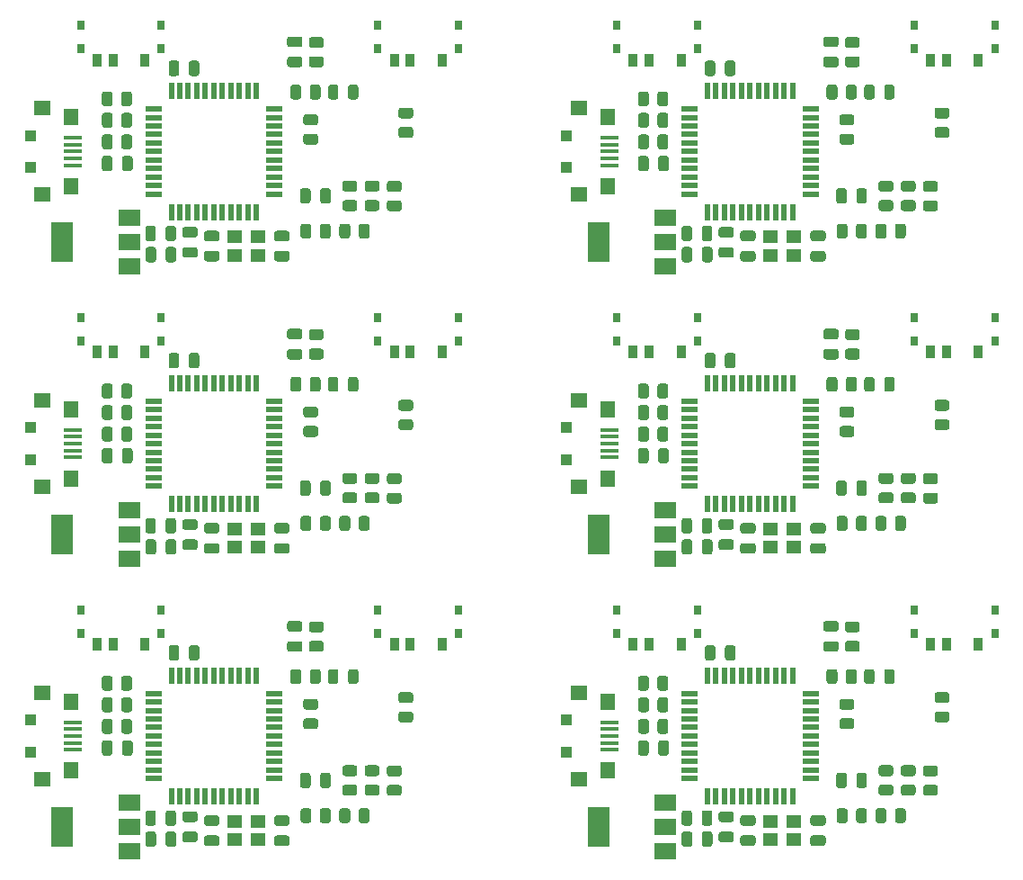
<source format=gtp>
%TF.GenerationSoftware,KiCad,Pcbnew,(5.1.10-1-10_14)*%
%TF.CreationDate,2021-09-22T15:07:09-04:00*%
%TF.ProjectId,pannel,70616e6e-656c-42e6-9b69-6361645f7063,rev?*%
%TF.SameCoordinates,Original*%
%TF.FileFunction,Paste,Top*%
%TF.FilePolarity,Positive*%
%FSLAX46Y46*%
G04 Gerber Fmt 4.6, Leading zero omitted, Abs format (unit mm)*
G04 Created by KiCad (PCBNEW (5.1.10-1-10_14)) date 2021-09-22 15:07:09*
%MOMM*%
%LPD*%
G01*
G04 APERTURE LIST*
%ADD10R,0.550000X1.500000*%
%ADD11R,1.500000X0.550000*%
%ADD12R,0.800000X0.900000*%
%ADD13R,0.900000X1.250000*%
%ADD14R,1.100000X1.000000*%
%ADD15R,1.500000X1.350000*%
%ADD16R,1.400000X1.500000*%
%ADD17R,1.800000X0.400000*%
%ADD18R,2.000000X3.800000*%
%ADD19R,2.000000X1.500000*%
%ADD20R,1.400000X1.200000*%
G04 APERTURE END LIST*
%TO.C,C4*%
G36*
G01*
X61610000Y11841500D02*
X61610000Y10891500D01*
G75*
G02*
X61360000Y10641500I-250000J0D01*
G01*
X60860000Y10641500D01*
G75*
G02*
X60610000Y10891500I0J250000D01*
G01*
X60610000Y11841500D01*
G75*
G02*
X60860000Y12091500I250000J0D01*
G01*
X61360000Y12091500D01*
G75*
G02*
X61610000Y11841500I0J-250000D01*
G01*
G37*
G36*
G01*
X59710000Y11841500D02*
X59710000Y10891500D01*
G75*
G02*
X59460000Y10641500I-250000J0D01*
G01*
X58960000Y10641500D01*
G75*
G02*
X58710000Y10891500I0J250000D01*
G01*
X58710000Y11841500D01*
G75*
G02*
X58960000Y12091500I250000J0D01*
G01*
X59460000Y12091500D01*
G75*
G02*
X59710000Y11841500I0J-250000D01*
G01*
G37*
%TD*%
%TO.C,C6*%
G36*
G01*
X80271000Y8793500D02*
X80271000Y7843500D01*
G75*
G02*
X80021000Y7593500I-250000J0D01*
G01*
X79521000Y7593500D01*
G75*
G02*
X79271000Y7843500I0J250000D01*
G01*
X79271000Y8793500D01*
G75*
G02*
X79521000Y9043500I250000J0D01*
G01*
X80021000Y9043500D01*
G75*
G02*
X80271000Y8793500I0J-250000D01*
G01*
G37*
G36*
G01*
X78371000Y8793500D02*
X78371000Y7843500D01*
G75*
G02*
X78121000Y7593500I-250000J0D01*
G01*
X77621000Y7593500D01*
G75*
G02*
X77371000Y7843500I0J250000D01*
G01*
X77371000Y8793500D01*
G75*
G02*
X77621000Y9043500I250000J0D01*
G01*
X78121000Y9043500D01*
G75*
G02*
X78371000Y8793500I0J-250000D01*
G01*
G37*
%TD*%
%TO.C,R1*%
G36*
G01*
X61559000Y13848502D02*
X61559000Y12948498D01*
G75*
G02*
X61309002Y12698500I-249998J0D01*
G01*
X60783998Y12698500D01*
G75*
G02*
X60534000Y12948498I0J249998D01*
G01*
X60534000Y13848502D01*
G75*
G02*
X60783998Y14098500I249998J0D01*
G01*
X61309002Y14098500D01*
G75*
G02*
X61559000Y13848502I0J-249998D01*
G01*
G37*
G36*
G01*
X59734000Y13848502D02*
X59734000Y12948498D01*
G75*
G02*
X59484002Y12698500I-249998J0D01*
G01*
X58958998Y12698500D01*
G75*
G02*
X58709000Y12948498I0J249998D01*
G01*
X58709000Y13848502D01*
G75*
G02*
X58958998Y14098500I249998J0D01*
G01*
X59484002Y14098500D01*
G75*
G02*
X59734000Y13848502I0J-249998D01*
G01*
G37*
%TD*%
%TO.C,R2*%
G36*
G01*
X61559000Y15880502D02*
X61559000Y14980498D01*
G75*
G02*
X61309002Y14730500I-249998J0D01*
G01*
X60783998Y14730500D01*
G75*
G02*
X60534000Y14980498I0J249998D01*
G01*
X60534000Y15880502D01*
G75*
G02*
X60783998Y16130500I249998J0D01*
G01*
X61309002Y16130500D01*
G75*
G02*
X61559000Y15880502I0J-249998D01*
G01*
G37*
G36*
G01*
X59734000Y15880502D02*
X59734000Y14980498D01*
G75*
G02*
X59484002Y14730500I-249998J0D01*
G01*
X58958998Y14730500D01*
G75*
G02*
X58709000Y14980498I0J249998D01*
G01*
X58709000Y15880502D01*
G75*
G02*
X58958998Y16130500I249998J0D01*
G01*
X59484002Y16130500D01*
G75*
G02*
X59734000Y15880502I0J-249998D01*
G01*
G37*
%TD*%
%TO.C,R3*%
G36*
G01*
X79347202Y20420900D02*
X78447198Y20420900D01*
G75*
G02*
X78197200Y20670898I0J249998D01*
G01*
X78197200Y21195902D01*
G75*
G02*
X78447198Y21445900I249998J0D01*
G01*
X79347202Y21445900D01*
G75*
G02*
X79597200Y21195902I0J-249998D01*
G01*
X79597200Y20670898D01*
G75*
G02*
X79347202Y20420900I-249998J0D01*
G01*
G37*
G36*
G01*
X79347202Y22245900D02*
X78447198Y22245900D01*
G75*
G02*
X78197200Y22495898I0J249998D01*
G01*
X78197200Y23020902D01*
G75*
G02*
X78447198Y23270900I249998J0D01*
G01*
X79347202Y23270900D01*
G75*
G02*
X79597200Y23020902I0J-249998D01*
G01*
X79597200Y22495898D01*
G75*
G02*
X79347202Y22245900I-249998J0D01*
G01*
G37*
%TD*%
%TO.C,R4*%
G36*
G01*
X78826502Y13140000D02*
X77926498Y13140000D01*
G75*
G02*
X77676500Y13389998I0J249998D01*
G01*
X77676500Y13915002D01*
G75*
G02*
X77926498Y14165000I249998J0D01*
G01*
X78826502Y14165000D01*
G75*
G02*
X79076500Y13915002I0J-249998D01*
G01*
X79076500Y13389998D01*
G75*
G02*
X78826502Y13140000I-249998J0D01*
G01*
G37*
G36*
G01*
X78826502Y14965000D02*
X77926498Y14965000D01*
G75*
G02*
X77676500Y15214998I0J249998D01*
G01*
X77676500Y15740002D01*
G75*
G02*
X77926498Y15990000I249998J0D01*
G01*
X78826502Y15990000D01*
G75*
G02*
X79076500Y15740002I0J-249998D01*
G01*
X79076500Y15214998D01*
G75*
G02*
X78826502Y14965000I-249998J0D01*
G01*
G37*
%TD*%
%TO.C,R5*%
G36*
G01*
X86879998Y16625000D02*
X87780002Y16625000D01*
G75*
G02*
X88030000Y16375002I0J-249998D01*
G01*
X88030000Y15849998D01*
G75*
G02*
X87780002Y15600000I-249998J0D01*
G01*
X86879998Y15600000D01*
G75*
G02*
X86630000Y15849998I0J249998D01*
G01*
X86630000Y16375002D01*
G75*
G02*
X86879998Y16625000I249998J0D01*
G01*
G37*
G36*
G01*
X86879998Y14800000D02*
X87780002Y14800000D01*
G75*
G02*
X88030000Y14550002I0J-249998D01*
G01*
X88030000Y14024998D01*
G75*
G02*
X87780002Y13775000I-249998J0D01*
G01*
X86879998Y13775000D01*
G75*
G02*
X86630000Y14024998I0J249998D01*
G01*
X86630000Y14550002D01*
G75*
G02*
X86879998Y14800000I249998J0D01*
G01*
G37*
%TD*%
%TO.C,R6*%
G36*
G01*
X79308100Y18534802D02*
X79308100Y17634798D01*
G75*
G02*
X79058102Y17384800I-249998J0D01*
G01*
X78533098Y17384800D01*
G75*
G02*
X78283100Y17634798I0J249998D01*
G01*
X78283100Y18534802D01*
G75*
G02*
X78533098Y18784800I249998J0D01*
G01*
X79058102Y18784800D01*
G75*
G02*
X79308100Y18534802I0J-249998D01*
G01*
G37*
G36*
G01*
X77483100Y18534802D02*
X77483100Y17634798D01*
G75*
G02*
X77233102Y17384800I-249998J0D01*
G01*
X76708098Y17384800D01*
G75*
G02*
X76458100Y17634798I0J249998D01*
G01*
X76458100Y18534802D01*
G75*
G02*
X76708098Y18784800I249998J0D01*
G01*
X77233102Y18784800D01*
G75*
G02*
X77483100Y18534802I0J-249998D01*
G01*
G37*
%TD*%
%TO.C,R7*%
G36*
G01*
X81609498Y9743500D02*
X82509502Y9743500D01*
G75*
G02*
X82759500Y9493502I0J-249998D01*
G01*
X82759500Y8968498D01*
G75*
G02*
X82509502Y8718500I-249998J0D01*
G01*
X81609498Y8718500D01*
G75*
G02*
X81359500Y8968498I0J249998D01*
G01*
X81359500Y9493502D01*
G75*
G02*
X81609498Y9743500I249998J0D01*
G01*
G37*
G36*
G01*
X81609498Y7918500D02*
X82509502Y7918500D01*
G75*
G02*
X82759500Y7668502I0J-249998D01*
G01*
X82759500Y7143498D01*
G75*
G02*
X82509502Y6893500I-249998J0D01*
G01*
X81609498Y6893500D01*
G75*
G02*
X81359500Y7143498I0J249998D01*
G01*
X81359500Y7668502D01*
G75*
G02*
X81609498Y7918500I249998J0D01*
G01*
G37*
%TD*%
%TO.C,R8*%
G36*
G01*
X85800498Y9720000D02*
X86700502Y9720000D01*
G75*
G02*
X86950500Y9470002I0J-249998D01*
G01*
X86950500Y8944998D01*
G75*
G02*
X86700502Y8695000I-249998J0D01*
G01*
X85800498Y8695000D01*
G75*
G02*
X85550500Y8944998I0J249998D01*
G01*
X85550500Y9470002D01*
G75*
G02*
X85800498Y9720000I249998J0D01*
G01*
G37*
G36*
G01*
X85800498Y7895000D02*
X86700502Y7895000D01*
G75*
G02*
X86950500Y7645002I0J-249998D01*
G01*
X86950500Y7119998D01*
G75*
G02*
X86700502Y6870000I-249998J0D01*
G01*
X85800498Y6870000D01*
G75*
G02*
X85550500Y7119998I0J249998D01*
G01*
X85550500Y7645002D01*
G75*
G02*
X85800498Y7895000I249998J0D01*
G01*
G37*
%TD*%
%TO.C,R9*%
G36*
G01*
X83704998Y9743500D02*
X84605002Y9743500D01*
G75*
G02*
X84855000Y9493502I0J-249998D01*
G01*
X84855000Y8968498D01*
G75*
G02*
X84605002Y8718500I-249998J0D01*
G01*
X83704998Y8718500D01*
G75*
G02*
X83455000Y8968498I0J249998D01*
G01*
X83455000Y9493502D01*
G75*
G02*
X83704998Y9743500I249998J0D01*
G01*
G37*
G36*
G01*
X83704998Y7918500D02*
X84605002Y7918500D01*
G75*
G02*
X84855000Y7668502I0J-249998D01*
G01*
X84855000Y7143498D01*
G75*
G02*
X84605002Y6893500I-249998J0D01*
G01*
X83704998Y6893500D01*
G75*
G02*
X83455000Y7143498I0J249998D01*
G01*
X83455000Y7668502D01*
G75*
G02*
X83704998Y7918500I249998J0D01*
G01*
G37*
%TD*%
D10*
%TO.C,U1*%
X65250000Y18200000D03*
X66050000Y18200000D03*
X66850000Y18200000D03*
X67650000Y18200000D03*
X68450000Y18200000D03*
X69250000Y18200000D03*
X70050000Y18200000D03*
X70850000Y18200000D03*
X71650000Y18200000D03*
X72450000Y18200000D03*
X73250000Y18200000D03*
D11*
X74950000Y16500000D03*
X74950000Y15700000D03*
X74950000Y14900000D03*
X74950000Y14100000D03*
X74950000Y13300000D03*
X74950000Y12500000D03*
X74950000Y11700000D03*
X74950000Y10900000D03*
X74950000Y10100000D03*
X74950000Y9300000D03*
X74950000Y8500000D03*
D10*
X73250000Y6800000D03*
X72450000Y6800000D03*
X71650000Y6800000D03*
X70850000Y6800000D03*
X70050000Y6800000D03*
X69250000Y6800000D03*
X68450000Y6800000D03*
X67650000Y6800000D03*
X66850000Y6800000D03*
X66050000Y6800000D03*
X65250000Y6800000D03*
D11*
X63550000Y8500000D03*
X63550000Y9300000D03*
X63550000Y10100000D03*
X63550000Y10900000D03*
X63550000Y11700000D03*
X63550000Y12500000D03*
X63550000Y13300000D03*
X63550000Y14100000D03*
X63550000Y14900000D03*
X63550000Y15700000D03*
X63550000Y16500000D03*
%TD*%
D12*
%TO.C,SW2*%
X84700000Y22141000D03*
X92300000Y22141000D03*
X92300000Y24341000D03*
X84700000Y24341000D03*
D13*
X86250000Y21116000D03*
X87750000Y21116000D03*
X90750000Y21116000D03*
%TD*%
D14*
%TO.C,J1*%
X51959500Y11000000D03*
X51959500Y14000000D03*
D15*
X53130000Y16575000D03*
X53130000Y8425000D03*
D16*
X55809500Y15750000D03*
X55809500Y9250000D03*
D17*
X56000000Y11200000D03*
X56000000Y11850000D03*
X56000000Y13800000D03*
X56000000Y13150000D03*
X56000000Y12500000D03*
%TD*%
%TO.C,C3*%
G36*
G01*
X64991000Y19845000D02*
X64991000Y20795000D01*
G75*
G02*
X65241000Y21045000I250000J0D01*
G01*
X65741000Y21045000D01*
G75*
G02*
X65991000Y20795000I0J-250000D01*
G01*
X65991000Y19845000D01*
G75*
G02*
X65741000Y19595000I-250000J0D01*
G01*
X65241000Y19595000D01*
G75*
G02*
X64991000Y19845000I0J250000D01*
G01*
G37*
G36*
G01*
X66891000Y19845000D02*
X66891000Y20795000D01*
G75*
G02*
X67141000Y21045000I250000J0D01*
G01*
X67641000Y21045000D01*
G75*
G02*
X67891000Y20795000I0J-250000D01*
G01*
X67891000Y19845000D01*
G75*
G02*
X67641000Y19595000I-250000J0D01*
G01*
X67141000Y19595000D01*
G75*
G02*
X66891000Y19845000I0J250000D01*
G01*
G37*
%TD*%
%TO.C,C7*%
G36*
G01*
X62801600Y4300200D02*
X62801600Y5250200D01*
G75*
G02*
X63051600Y5500200I250000J0D01*
G01*
X63551600Y5500200D01*
G75*
G02*
X63801600Y5250200I0J-250000D01*
G01*
X63801600Y4300200D01*
G75*
G02*
X63551600Y4050200I-250000J0D01*
G01*
X63051600Y4050200D01*
G75*
G02*
X62801600Y4300200I0J250000D01*
G01*
G37*
G36*
G01*
X64701600Y4300200D02*
X64701600Y5250200D01*
G75*
G02*
X64951600Y5500200I250000J0D01*
G01*
X65451600Y5500200D01*
G75*
G02*
X65701600Y5250200I0J-250000D01*
G01*
X65701600Y4300200D01*
G75*
G02*
X65451600Y4050200I-250000J0D01*
G01*
X64951600Y4050200D01*
G75*
G02*
X64701600Y4300200I0J250000D01*
G01*
G37*
%TD*%
%TO.C,C8*%
G36*
G01*
X62816800Y2319000D02*
X62816800Y3269000D01*
G75*
G02*
X63066800Y3519000I250000J0D01*
G01*
X63566800Y3519000D01*
G75*
G02*
X63816800Y3269000I0J-250000D01*
G01*
X63816800Y2319000D01*
G75*
G02*
X63566800Y2069000I-250000J0D01*
G01*
X63066800Y2069000D01*
G75*
G02*
X62816800Y2319000I0J250000D01*
G01*
G37*
G36*
G01*
X64716800Y2319000D02*
X64716800Y3269000D01*
G75*
G02*
X64966800Y3519000I250000J0D01*
G01*
X65466800Y3519000D01*
G75*
G02*
X65716800Y3269000I0J-250000D01*
G01*
X65716800Y2319000D01*
G75*
G02*
X65466800Y2069000I-250000J0D01*
G01*
X64966800Y2069000D01*
G75*
G02*
X64716800Y2319000I0J250000D01*
G01*
G37*
%TD*%
%TO.C,D1*%
G36*
G01*
X80012200Y17628550D02*
X80012200Y18541050D01*
G75*
G02*
X80255950Y18784800I243750J0D01*
G01*
X80743450Y18784800D01*
G75*
G02*
X80987200Y18541050I0J-243750D01*
G01*
X80987200Y17628550D01*
G75*
G02*
X80743450Y17384800I-243750J0D01*
G01*
X80255950Y17384800D01*
G75*
G02*
X80012200Y17628550I0J243750D01*
G01*
G37*
G36*
G01*
X81887200Y17628550D02*
X81887200Y18541050D01*
G75*
G02*
X82130950Y18784800I243750J0D01*
G01*
X82618450Y18784800D01*
G75*
G02*
X82862200Y18541050I0J-243750D01*
G01*
X82862200Y17628550D01*
G75*
G02*
X82618450Y17384800I-243750J0D01*
G01*
X82130950Y17384800D01*
G75*
G02*
X81887200Y17628550I0J243750D01*
G01*
G37*
%TD*%
D12*
%TO.C,SW1*%
X56700000Y22141000D03*
X64300000Y22141000D03*
X64300000Y24341000D03*
X56700000Y24341000D03*
D13*
X58250000Y21116000D03*
X59750000Y21116000D03*
X62750000Y21116000D03*
%TD*%
D18*
%TO.C,U2*%
X54970000Y3969500D03*
D19*
X61270000Y3969500D03*
X61270000Y6269500D03*
X61270000Y1669500D03*
%TD*%
%TO.C,C1*%
G36*
G01*
X76133700Y4041600D02*
X75183700Y4041600D01*
G75*
G02*
X74933700Y4291600I0J250000D01*
G01*
X74933700Y4791600D01*
G75*
G02*
X75183700Y5041600I250000J0D01*
G01*
X76133700Y5041600D01*
G75*
G02*
X76383700Y4791600I0J-250000D01*
G01*
X76383700Y4291600D01*
G75*
G02*
X76133700Y4041600I-250000J0D01*
G01*
G37*
G36*
G01*
X76133700Y2141600D02*
X75183700Y2141600D01*
G75*
G02*
X74933700Y2391600I0J250000D01*
G01*
X74933700Y2891600D01*
G75*
G02*
X75183700Y3141600I250000J0D01*
G01*
X76133700Y3141600D01*
G75*
G02*
X76383700Y2891600I0J-250000D01*
G01*
X76383700Y2391600D01*
G75*
G02*
X76133700Y2141600I-250000J0D01*
G01*
G37*
%TD*%
%TO.C,C5*%
G36*
G01*
X67485000Y2497200D02*
X66535000Y2497200D01*
G75*
G02*
X66285000Y2747200I0J250000D01*
G01*
X66285000Y3247200D01*
G75*
G02*
X66535000Y3497200I250000J0D01*
G01*
X67485000Y3497200D01*
G75*
G02*
X67735000Y3247200I0J-250000D01*
G01*
X67735000Y2747200D01*
G75*
G02*
X67485000Y2497200I-250000J0D01*
G01*
G37*
G36*
G01*
X67485000Y4397200D02*
X66535000Y4397200D01*
G75*
G02*
X66285000Y4647200I0J250000D01*
G01*
X66285000Y5147200D01*
G75*
G02*
X66535000Y5397200I250000J0D01*
G01*
X67485000Y5397200D01*
G75*
G02*
X67735000Y5147200I0J-250000D01*
G01*
X67735000Y4647200D01*
G75*
G02*
X67485000Y4397200I-250000J0D01*
G01*
G37*
%TD*%
%TO.C,R11*%
G36*
G01*
X83925000Y5450002D02*
X83925000Y4549998D01*
G75*
G02*
X83675002Y4300000I-249998J0D01*
G01*
X83149998Y4300000D01*
G75*
G02*
X82900000Y4549998I0J249998D01*
G01*
X82900000Y5450002D01*
G75*
G02*
X83149998Y5700000I249998J0D01*
G01*
X83675002Y5700000D01*
G75*
G02*
X83925000Y5450002I0J-249998D01*
G01*
G37*
G36*
G01*
X82100000Y5450002D02*
X82100000Y4549998D01*
G75*
G02*
X81850002Y4300000I-249998J0D01*
G01*
X81324998Y4300000D01*
G75*
G02*
X81075000Y4549998I0J249998D01*
G01*
X81075000Y5450002D01*
G75*
G02*
X81324998Y5700000I249998J0D01*
G01*
X81850002Y5700000D01*
G75*
G02*
X82100000Y5450002I0J-249998D01*
G01*
G37*
%TD*%
%TO.C,R10*%
G36*
G01*
X80262500Y5450002D02*
X80262500Y4549998D01*
G75*
G02*
X80012502Y4300000I-249998J0D01*
G01*
X79487498Y4300000D01*
G75*
G02*
X79237500Y4549998I0J249998D01*
G01*
X79237500Y5450002D01*
G75*
G02*
X79487498Y5700000I249998J0D01*
G01*
X80012502Y5700000D01*
G75*
G02*
X80262500Y5450002I0J-249998D01*
G01*
G37*
G36*
G01*
X78437500Y5450002D02*
X78437500Y4549998D01*
G75*
G02*
X78187502Y4300000I-249998J0D01*
G01*
X77662498Y4300000D01*
G75*
G02*
X77412500Y4549998I0J249998D01*
G01*
X77412500Y5450002D01*
G75*
G02*
X77662498Y5700000I249998J0D01*
G01*
X78187502Y5700000D01*
G75*
G02*
X78437500Y5450002I0J-249998D01*
G01*
G37*
%TD*%
D20*
%TO.C,Y1*%
X73393200Y2744100D03*
X71193200Y2744100D03*
X71193200Y4444100D03*
X73393200Y4444100D03*
%TD*%
%TO.C,C2*%
G36*
G01*
X68579700Y3146600D02*
X69529700Y3146600D01*
G75*
G02*
X69779700Y2896600I0J-250000D01*
G01*
X69779700Y2396600D01*
G75*
G02*
X69529700Y2146600I-250000J0D01*
G01*
X68579700Y2146600D01*
G75*
G02*
X68329700Y2396600I0J250000D01*
G01*
X68329700Y2896600D01*
G75*
G02*
X68579700Y3146600I250000J0D01*
G01*
G37*
G36*
G01*
X68579700Y5046600D02*
X69529700Y5046600D01*
G75*
G02*
X69779700Y4796600I0J-250000D01*
G01*
X69779700Y4296600D01*
G75*
G02*
X69529700Y4046600I-250000J0D01*
G01*
X68579700Y4046600D01*
G75*
G02*
X68329700Y4296600I0J250000D01*
G01*
X68329700Y4796600D01*
G75*
G02*
X68579700Y5046600I250000J0D01*
G01*
G37*
%TD*%
%TO.C,C9*%
G36*
G01*
X77352900Y22319400D02*
X76402900Y22319400D01*
G75*
G02*
X76152900Y22569400I0J250000D01*
G01*
X76152900Y23069400D01*
G75*
G02*
X76402900Y23319400I250000J0D01*
G01*
X77352900Y23319400D01*
G75*
G02*
X77602900Y23069400I0J-250000D01*
G01*
X77602900Y22569400D01*
G75*
G02*
X77352900Y22319400I-250000J0D01*
G01*
G37*
G36*
G01*
X77352900Y20419400D02*
X76402900Y20419400D01*
G75*
G02*
X76152900Y20669400I0J250000D01*
G01*
X76152900Y21169400D01*
G75*
G02*
X76402900Y21419400I250000J0D01*
G01*
X77352900Y21419400D01*
G75*
G02*
X77602900Y21169400I0J-250000D01*
G01*
X77602900Y20669400D01*
G75*
G02*
X77352900Y20419400I-250000J0D01*
G01*
G37*
%TD*%
%TO.C,F1*%
G36*
G01*
X61550000Y17900001D02*
X61550000Y16999999D01*
G75*
G02*
X61300001Y16750000I-249999J0D01*
G01*
X60774999Y16750000D01*
G75*
G02*
X60525000Y16999999I0J249999D01*
G01*
X60525000Y17900001D01*
G75*
G02*
X60774999Y18150000I249999J0D01*
G01*
X61300001Y18150000D01*
G75*
G02*
X61550000Y17900001I0J-249999D01*
G01*
G37*
G36*
G01*
X59725000Y17900001D02*
X59725000Y16999999D01*
G75*
G02*
X59475001Y16750000I-249999J0D01*
G01*
X58949999Y16750000D01*
G75*
G02*
X58700000Y16999999I0J249999D01*
G01*
X58700000Y17900001D01*
G75*
G02*
X58949999Y18150000I249999J0D01*
G01*
X59475001Y18150000D01*
G75*
G02*
X59725000Y17900001I0J-249999D01*
G01*
G37*
%TD*%
%TO.C,C4*%
G36*
G01*
X61610000Y39341500D02*
X61610000Y38391500D01*
G75*
G02*
X61360000Y38141500I-250000J0D01*
G01*
X60860000Y38141500D01*
G75*
G02*
X60610000Y38391500I0J250000D01*
G01*
X60610000Y39341500D01*
G75*
G02*
X60860000Y39591500I250000J0D01*
G01*
X61360000Y39591500D01*
G75*
G02*
X61610000Y39341500I0J-250000D01*
G01*
G37*
G36*
G01*
X59710000Y39341500D02*
X59710000Y38391500D01*
G75*
G02*
X59460000Y38141500I-250000J0D01*
G01*
X58960000Y38141500D01*
G75*
G02*
X58710000Y38391500I0J250000D01*
G01*
X58710000Y39341500D01*
G75*
G02*
X58960000Y39591500I250000J0D01*
G01*
X59460000Y39591500D01*
G75*
G02*
X59710000Y39341500I0J-250000D01*
G01*
G37*
%TD*%
%TO.C,C6*%
G36*
G01*
X80271000Y36293500D02*
X80271000Y35343500D01*
G75*
G02*
X80021000Y35093500I-250000J0D01*
G01*
X79521000Y35093500D01*
G75*
G02*
X79271000Y35343500I0J250000D01*
G01*
X79271000Y36293500D01*
G75*
G02*
X79521000Y36543500I250000J0D01*
G01*
X80021000Y36543500D01*
G75*
G02*
X80271000Y36293500I0J-250000D01*
G01*
G37*
G36*
G01*
X78371000Y36293500D02*
X78371000Y35343500D01*
G75*
G02*
X78121000Y35093500I-250000J0D01*
G01*
X77621000Y35093500D01*
G75*
G02*
X77371000Y35343500I0J250000D01*
G01*
X77371000Y36293500D01*
G75*
G02*
X77621000Y36543500I250000J0D01*
G01*
X78121000Y36543500D01*
G75*
G02*
X78371000Y36293500I0J-250000D01*
G01*
G37*
%TD*%
%TO.C,R1*%
G36*
G01*
X61559000Y41348502D02*
X61559000Y40448498D01*
G75*
G02*
X61309002Y40198500I-249998J0D01*
G01*
X60783998Y40198500D01*
G75*
G02*
X60534000Y40448498I0J249998D01*
G01*
X60534000Y41348502D01*
G75*
G02*
X60783998Y41598500I249998J0D01*
G01*
X61309002Y41598500D01*
G75*
G02*
X61559000Y41348502I0J-249998D01*
G01*
G37*
G36*
G01*
X59734000Y41348502D02*
X59734000Y40448498D01*
G75*
G02*
X59484002Y40198500I-249998J0D01*
G01*
X58958998Y40198500D01*
G75*
G02*
X58709000Y40448498I0J249998D01*
G01*
X58709000Y41348502D01*
G75*
G02*
X58958998Y41598500I249998J0D01*
G01*
X59484002Y41598500D01*
G75*
G02*
X59734000Y41348502I0J-249998D01*
G01*
G37*
%TD*%
%TO.C,R2*%
G36*
G01*
X61559000Y43380502D02*
X61559000Y42480498D01*
G75*
G02*
X61309002Y42230500I-249998J0D01*
G01*
X60783998Y42230500D01*
G75*
G02*
X60534000Y42480498I0J249998D01*
G01*
X60534000Y43380502D01*
G75*
G02*
X60783998Y43630500I249998J0D01*
G01*
X61309002Y43630500D01*
G75*
G02*
X61559000Y43380502I0J-249998D01*
G01*
G37*
G36*
G01*
X59734000Y43380502D02*
X59734000Y42480498D01*
G75*
G02*
X59484002Y42230500I-249998J0D01*
G01*
X58958998Y42230500D01*
G75*
G02*
X58709000Y42480498I0J249998D01*
G01*
X58709000Y43380502D01*
G75*
G02*
X58958998Y43630500I249998J0D01*
G01*
X59484002Y43630500D01*
G75*
G02*
X59734000Y43380502I0J-249998D01*
G01*
G37*
%TD*%
%TO.C,R3*%
G36*
G01*
X79347202Y47920900D02*
X78447198Y47920900D01*
G75*
G02*
X78197200Y48170898I0J249998D01*
G01*
X78197200Y48695902D01*
G75*
G02*
X78447198Y48945900I249998J0D01*
G01*
X79347202Y48945900D01*
G75*
G02*
X79597200Y48695902I0J-249998D01*
G01*
X79597200Y48170898D01*
G75*
G02*
X79347202Y47920900I-249998J0D01*
G01*
G37*
G36*
G01*
X79347202Y49745900D02*
X78447198Y49745900D01*
G75*
G02*
X78197200Y49995898I0J249998D01*
G01*
X78197200Y50520902D01*
G75*
G02*
X78447198Y50770900I249998J0D01*
G01*
X79347202Y50770900D01*
G75*
G02*
X79597200Y50520902I0J-249998D01*
G01*
X79597200Y49995898D01*
G75*
G02*
X79347202Y49745900I-249998J0D01*
G01*
G37*
%TD*%
%TO.C,R4*%
G36*
G01*
X78826502Y40640000D02*
X77926498Y40640000D01*
G75*
G02*
X77676500Y40889998I0J249998D01*
G01*
X77676500Y41415002D01*
G75*
G02*
X77926498Y41665000I249998J0D01*
G01*
X78826502Y41665000D01*
G75*
G02*
X79076500Y41415002I0J-249998D01*
G01*
X79076500Y40889998D01*
G75*
G02*
X78826502Y40640000I-249998J0D01*
G01*
G37*
G36*
G01*
X78826502Y42465000D02*
X77926498Y42465000D01*
G75*
G02*
X77676500Y42714998I0J249998D01*
G01*
X77676500Y43240002D01*
G75*
G02*
X77926498Y43490000I249998J0D01*
G01*
X78826502Y43490000D01*
G75*
G02*
X79076500Y43240002I0J-249998D01*
G01*
X79076500Y42714998D01*
G75*
G02*
X78826502Y42465000I-249998J0D01*
G01*
G37*
%TD*%
%TO.C,R5*%
G36*
G01*
X86879998Y44125000D02*
X87780002Y44125000D01*
G75*
G02*
X88030000Y43875002I0J-249998D01*
G01*
X88030000Y43349998D01*
G75*
G02*
X87780002Y43100000I-249998J0D01*
G01*
X86879998Y43100000D01*
G75*
G02*
X86630000Y43349998I0J249998D01*
G01*
X86630000Y43875002D01*
G75*
G02*
X86879998Y44125000I249998J0D01*
G01*
G37*
G36*
G01*
X86879998Y42300000D02*
X87780002Y42300000D01*
G75*
G02*
X88030000Y42050002I0J-249998D01*
G01*
X88030000Y41524998D01*
G75*
G02*
X87780002Y41275000I-249998J0D01*
G01*
X86879998Y41275000D01*
G75*
G02*
X86630000Y41524998I0J249998D01*
G01*
X86630000Y42050002D01*
G75*
G02*
X86879998Y42300000I249998J0D01*
G01*
G37*
%TD*%
%TO.C,R6*%
G36*
G01*
X79308100Y46034802D02*
X79308100Y45134798D01*
G75*
G02*
X79058102Y44884800I-249998J0D01*
G01*
X78533098Y44884800D01*
G75*
G02*
X78283100Y45134798I0J249998D01*
G01*
X78283100Y46034802D01*
G75*
G02*
X78533098Y46284800I249998J0D01*
G01*
X79058102Y46284800D01*
G75*
G02*
X79308100Y46034802I0J-249998D01*
G01*
G37*
G36*
G01*
X77483100Y46034802D02*
X77483100Y45134798D01*
G75*
G02*
X77233102Y44884800I-249998J0D01*
G01*
X76708098Y44884800D01*
G75*
G02*
X76458100Y45134798I0J249998D01*
G01*
X76458100Y46034802D01*
G75*
G02*
X76708098Y46284800I249998J0D01*
G01*
X77233102Y46284800D01*
G75*
G02*
X77483100Y46034802I0J-249998D01*
G01*
G37*
%TD*%
%TO.C,R7*%
G36*
G01*
X81609498Y37243500D02*
X82509502Y37243500D01*
G75*
G02*
X82759500Y36993502I0J-249998D01*
G01*
X82759500Y36468498D01*
G75*
G02*
X82509502Y36218500I-249998J0D01*
G01*
X81609498Y36218500D01*
G75*
G02*
X81359500Y36468498I0J249998D01*
G01*
X81359500Y36993502D01*
G75*
G02*
X81609498Y37243500I249998J0D01*
G01*
G37*
G36*
G01*
X81609498Y35418500D02*
X82509502Y35418500D01*
G75*
G02*
X82759500Y35168502I0J-249998D01*
G01*
X82759500Y34643498D01*
G75*
G02*
X82509502Y34393500I-249998J0D01*
G01*
X81609498Y34393500D01*
G75*
G02*
X81359500Y34643498I0J249998D01*
G01*
X81359500Y35168502D01*
G75*
G02*
X81609498Y35418500I249998J0D01*
G01*
G37*
%TD*%
%TO.C,R8*%
G36*
G01*
X85800498Y37220000D02*
X86700502Y37220000D01*
G75*
G02*
X86950500Y36970002I0J-249998D01*
G01*
X86950500Y36444998D01*
G75*
G02*
X86700502Y36195000I-249998J0D01*
G01*
X85800498Y36195000D01*
G75*
G02*
X85550500Y36444998I0J249998D01*
G01*
X85550500Y36970002D01*
G75*
G02*
X85800498Y37220000I249998J0D01*
G01*
G37*
G36*
G01*
X85800498Y35395000D02*
X86700502Y35395000D01*
G75*
G02*
X86950500Y35145002I0J-249998D01*
G01*
X86950500Y34619998D01*
G75*
G02*
X86700502Y34370000I-249998J0D01*
G01*
X85800498Y34370000D01*
G75*
G02*
X85550500Y34619998I0J249998D01*
G01*
X85550500Y35145002D01*
G75*
G02*
X85800498Y35395000I249998J0D01*
G01*
G37*
%TD*%
%TO.C,R9*%
G36*
G01*
X83704998Y37243500D02*
X84605002Y37243500D01*
G75*
G02*
X84855000Y36993502I0J-249998D01*
G01*
X84855000Y36468498D01*
G75*
G02*
X84605002Y36218500I-249998J0D01*
G01*
X83704998Y36218500D01*
G75*
G02*
X83455000Y36468498I0J249998D01*
G01*
X83455000Y36993502D01*
G75*
G02*
X83704998Y37243500I249998J0D01*
G01*
G37*
G36*
G01*
X83704998Y35418500D02*
X84605002Y35418500D01*
G75*
G02*
X84855000Y35168502I0J-249998D01*
G01*
X84855000Y34643498D01*
G75*
G02*
X84605002Y34393500I-249998J0D01*
G01*
X83704998Y34393500D01*
G75*
G02*
X83455000Y34643498I0J249998D01*
G01*
X83455000Y35168502D01*
G75*
G02*
X83704998Y35418500I249998J0D01*
G01*
G37*
%TD*%
D10*
%TO.C,U1*%
X65250000Y45700000D03*
X66050000Y45700000D03*
X66850000Y45700000D03*
X67650000Y45700000D03*
X68450000Y45700000D03*
X69250000Y45700000D03*
X70050000Y45700000D03*
X70850000Y45700000D03*
X71650000Y45700000D03*
X72450000Y45700000D03*
X73250000Y45700000D03*
D11*
X74950000Y44000000D03*
X74950000Y43200000D03*
X74950000Y42400000D03*
X74950000Y41600000D03*
X74950000Y40800000D03*
X74950000Y40000000D03*
X74950000Y39200000D03*
X74950000Y38400000D03*
X74950000Y37600000D03*
X74950000Y36800000D03*
X74950000Y36000000D03*
D10*
X73250000Y34300000D03*
X72450000Y34300000D03*
X71650000Y34300000D03*
X70850000Y34300000D03*
X70050000Y34300000D03*
X69250000Y34300000D03*
X68450000Y34300000D03*
X67650000Y34300000D03*
X66850000Y34300000D03*
X66050000Y34300000D03*
X65250000Y34300000D03*
D11*
X63550000Y36000000D03*
X63550000Y36800000D03*
X63550000Y37600000D03*
X63550000Y38400000D03*
X63550000Y39200000D03*
X63550000Y40000000D03*
X63550000Y40800000D03*
X63550000Y41600000D03*
X63550000Y42400000D03*
X63550000Y43200000D03*
X63550000Y44000000D03*
%TD*%
D12*
%TO.C,SW2*%
X84700000Y49641000D03*
X92300000Y49641000D03*
X92300000Y51841000D03*
X84700000Y51841000D03*
D13*
X86250000Y48616000D03*
X87750000Y48616000D03*
X90750000Y48616000D03*
%TD*%
D14*
%TO.C,J1*%
X51959500Y38500000D03*
X51959500Y41500000D03*
D15*
X53130000Y44075000D03*
X53130000Y35925000D03*
D16*
X55809500Y43250000D03*
X55809500Y36750000D03*
D17*
X56000000Y38700000D03*
X56000000Y39350000D03*
X56000000Y41300000D03*
X56000000Y40650000D03*
X56000000Y40000000D03*
%TD*%
%TO.C,C3*%
G36*
G01*
X64991000Y47345000D02*
X64991000Y48295000D01*
G75*
G02*
X65241000Y48545000I250000J0D01*
G01*
X65741000Y48545000D01*
G75*
G02*
X65991000Y48295000I0J-250000D01*
G01*
X65991000Y47345000D01*
G75*
G02*
X65741000Y47095000I-250000J0D01*
G01*
X65241000Y47095000D01*
G75*
G02*
X64991000Y47345000I0J250000D01*
G01*
G37*
G36*
G01*
X66891000Y47345000D02*
X66891000Y48295000D01*
G75*
G02*
X67141000Y48545000I250000J0D01*
G01*
X67641000Y48545000D01*
G75*
G02*
X67891000Y48295000I0J-250000D01*
G01*
X67891000Y47345000D01*
G75*
G02*
X67641000Y47095000I-250000J0D01*
G01*
X67141000Y47095000D01*
G75*
G02*
X66891000Y47345000I0J250000D01*
G01*
G37*
%TD*%
%TO.C,C7*%
G36*
G01*
X62801600Y31800200D02*
X62801600Y32750200D01*
G75*
G02*
X63051600Y33000200I250000J0D01*
G01*
X63551600Y33000200D01*
G75*
G02*
X63801600Y32750200I0J-250000D01*
G01*
X63801600Y31800200D01*
G75*
G02*
X63551600Y31550200I-250000J0D01*
G01*
X63051600Y31550200D01*
G75*
G02*
X62801600Y31800200I0J250000D01*
G01*
G37*
G36*
G01*
X64701600Y31800200D02*
X64701600Y32750200D01*
G75*
G02*
X64951600Y33000200I250000J0D01*
G01*
X65451600Y33000200D01*
G75*
G02*
X65701600Y32750200I0J-250000D01*
G01*
X65701600Y31800200D01*
G75*
G02*
X65451600Y31550200I-250000J0D01*
G01*
X64951600Y31550200D01*
G75*
G02*
X64701600Y31800200I0J250000D01*
G01*
G37*
%TD*%
%TO.C,C8*%
G36*
G01*
X62816800Y29819000D02*
X62816800Y30769000D01*
G75*
G02*
X63066800Y31019000I250000J0D01*
G01*
X63566800Y31019000D01*
G75*
G02*
X63816800Y30769000I0J-250000D01*
G01*
X63816800Y29819000D01*
G75*
G02*
X63566800Y29569000I-250000J0D01*
G01*
X63066800Y29569000D01*
G75*
G02*
X62816800Y29819000I0J250000D01*
G01*
G37*
G36*
G01*
X64716800Y29819000D02*
X64716800Y30769000D01*
G75*
G02*
X64966800Y31019000I250000J0D01*
G01*
X65466800Y31019000D01*
G75*
G02*
X65716800Y30769000I0J-250000D01*
G01*
X65716800Y29819000D01*
G75*
G02*
X65466800Y29569000I-250000J0D01*
G01*
X64966800Y29569000D01*
G75*
G02*
X64716800Y29819000I0J250000D01*
G01*
G37*
%TD*%
%TO.C,D1*%
G36*
G01*
X80012200Y45128550D02*
X80012200Y46041050D01*
G75*
G02*
X80255950Y46284800I243750J0D01*
G01*
X80743450Y46284800D01*
G75*
G02*
X80987200Y46041050I0J-243750D01*
G01*
X80987200Y45128550D01*
G75*
G02*
X80743450Y44884800I-243750J0D01*
G01*
X80255950Y44884800D01*
G75*
G02*
X80012200Y45128550I0J243750D01*
G01*
G37*
G36*
G01*
X81887200Y45128550D02*
X81887200Y46041050D01*
G75*
G02*
X82130950Y46284800I243750J0D01*
G01*
X82618450Y46284800D01*
G75*
G02*
X82862200Y46041050I0J-243750D01*
G01*
X82862200Y45128550D01*
G75*
G02*
X82618450Y44884800I-243750J0D01*
G01*
X82130950Y44884800D01*
G75*
G02*
X81887200Y45128550I0J243750D01*
G01*
G37*
%TD*%
D12*
%TO.C,SW1*%
X56700000Y49641000D03*
X64300000Y49641000D03*
X64300000Y51841000D03*
X56700000Y51841000D03*
D13*
X58250000Y48616000D03*
X59750000Y48616000D03*
X62750000Y48616000D03*
%TD*%
D18*
%TO.C,U2*%
X54970000Y31469500D03*
D19*
X61270000Y31469500D03*
X61270000Y33769500D03*
X61270000Y29169500D03*
%TD*%
%TO.C,C1*%
G36*
G01*
X76133700Y31541600D02*
X75183700Y31541600D01*
G75*
G02*
X74933700Y31791600I0J250000D01*
G01*
X74933700Y32291600D01*
G75*
G02*
X75183700Y32541600I250000J0D01*
G01*
X76133700Y32541600D01*
G75*
G02*
X76383700Y32291600I0J-250000D01*
G01*
X76383700Y31791600D01*
G75*
G02*
X76133700Y31541600I-250000J0D01*
G01*
G37*
G36*
G01*
X76133700Y29641600D02*
X75183700Y29641600D01*
G75*
G02*
X74933700Y29891600I0J250000D01*
G01*
X74933700Y30391600D01*
G75*
G02*
X75183700Y30641600I250000J0D01*
G01*
X76133700Y30641600D01*
G75*
G02*
X76383700Y30391600I0J-250000D01*
G01*
X76383700Y29891600D01*
G75*
G02*
X76133700Y29641600I-250000J0D01*
G01*
G37*
%TD*%
%TO.C,C5*%
G36*
G01*
X67485000Y29997200D02*
X66535000Y29997200D01*
G75*
G02*
X66285000Y30247200I0J250000D01*
G01*
X66285000Y30747200D01*
G75*
G02*
X66535000Y30997200I250000J0D01*
G01*
X67485000Y30997200D01*
G75*
G02*
X67735000Y30747200I0J-250000D01*
G01*
X67735000Y30247200D01*
G75*
G02*
X67485000Y29997200I-250000J0D01*
G01*
G37*
G36*
G01*
X67485000Y31897200D02*
X66535000Y31897200D01*
G75*
G02*
X66285000Y32147200I0J250000D01*
G01*
X66285000Y32647200D01*
G75*
G02*
X66535000Y32897200I250000J0D01*
G01*
X67485000Y32897200D01*
G75*
G02*
X67735000Y32647200I0J-250000D01*
G01*
X67735000Y32147200D01*
G75*
G02*
X67485000Y31897200I-250000J0D01*
G01*
G37*
%TD*%
%TO.C,R11*%
G36*
G01*
X83925000Y32950002D02*
X83925000Y32049998D01*
G75*
G02*
X83675002Y31800000I-249998J0D01*
G01*
X83149998Y31800000D01*
G75*
G02*
X82900000Y32049998I0J249998D01*
G01*
X82900000Y32950002D01*
G75*
G02*
X83149998Y33200000I249998J0D01*
G01*
X83675002Y33200000D01*
G75*
G02*
X83925000Y32950002I0J-249998D01*
G01*
G37*
G36*
G01*
X82100000Y32950002D02*
X82100000Y32049998D01*
G75*
G02*
X81850002Y31800000I-249998J0D01*
G01*
X81324998Y31800000D01*
G75*
G02*
X81075000Y32049998I0J249998D01*
G01*
X81075000Y32950002D01*
G75*
G02*
X81324998Y33200000I249998J0D01*
G01*
X81850002Y33200000D01*
G75*
G02*
X82100000Y32950002I0J-249998D01*
G01*
G37*
%TD*%
%TO.C,R10*%
G36*
G01*
X80262500Y32950002D02*
X80262500Y32049998D01*
G75*
G02*
X80012502Y31800000I-249998J0D01*
G01*
X79487498Y31800000D01*
G75*
G02*
X79237500Y32049998I0J249998D01*
G01*
X79237500Y32950002D01*
G75*
G02*
X79487498Y33200000I249998J0D01*
G01*
X80012502Y33200000D01*
G75*
G02*
X80262500Y32950002I0J-249998D01*
G01*
G37*
G36*
G01*
X78437500Y32950002D02*
X78437500Y32049998D01*
G75*
G02*
X78187502Y31800000I-249998J0D01*
G01*
X77662498Y31800000D01*
G75*
G02*
X77412500Y32049998I0J249998D01*
G01*
X77412500Y32950002D01*
G75*
G02*
X77662498Y33200000I249998J0D01*
G01*
X78187502Y33200000D01*
G75*
G02*
X78437500Y32950002I0J-249998D01*
G01*
G37*
%TD*%
D20*
%TO.C,Y1*%
X73393200Y30244100D03*
X71193200Y30244100D03*
X71193200Y31944100D03*
X73393200Y31944100D03*
%TD*%
%TO.C,C2*%
G36*
G01*
X68579700Y30646600D02*
X69529700Y30646600D01*
G75*
G02*
X69779700Y30396600I0J-250000D01*
G01*
X69779700Y29896600D01*
G75*
G02*
X69529700Y29646600I-250000J0D01*
G01*
X68579700Y29646600D01*
G75*
G02*
X68329700Y29896600I0J250000D01*
G01*
X68329700Y30396600D01*
G75*
G02*
X68579700Y30646600I250000J0D01*
G01*
G37*
G36*
G01*
X68579700Y32546600D02*
X69529700Y32546600D01*
G75*
G02*
X69779700Y32296600I0J-250000D01*
G01*
X69779700Y31796600D01*
G75*
G02*
X69529700Y31546600I-250000J0D01*
G01*
X68579700Y31546600D01*
G75*
G02*
X68329700Y31796600I0J250000D01*
G01*
X68329700Y32296600D01*
G75*
G02*
X68579700Y32546600I250000J0D01*
G01*
G37*
%TD*%
%TO.C,C9*%
G36*
G01*
X77352900Y49819400D02*
X76402900Y49819400D01*
G75*
G02*
X76152900Y50069400I0J250000D01*
G01*
X76152900Y50569400D01*
G75*
G02*
X76402900Y50819400I250000J0D01*
G01*
X77352900Y50819400D01*
G75*
G02*
X77602900Y50569400I0J-250000D01*
G01*
X77602900Y50069400D01*
G75*
G02*
X77352900Y49819400I-250000J0D01*
G01*
G37*
G36*
G01*
X77352900Y47919400D02*
X76402900Y47919400D01*
G75*
G02*
X76152900Y48169400I0J250000D01*
G01*
X76152900Y48669400D01*
G75*
G02*
X76402900Y48919400I250000J0D01*
G01*
X77352900Y48919400D01*
G75*
G02*
X77602900Y48669400I0J-250000D01*
G01*
X77602900Y48169400D01*
G75*
G02*
X77352900Y47919400I-250000J0D01*
G01*
G37*
%TD*%
%TO.C,F1*%
G36*
G01*
X61550000Y45400001D02*
X61550000Y44499999D01*
G75*
G02*
X61300001Y44250000I-249999J0D01*
G01*
X60774999Y44250000D01*
G75*
G02*
X60525000Y44499999I0J249999D01*
G01*
X60525000Y45400001D01*
G75*
G02*
X60774999Y45650000I249999J0D01*
G01*
X61300001Y45650000D01*
G75*
G02*
X61550000Y45400001I0J-249999D01*
G01*
G37*
G36*
G01*
X59725000Y45400001D02*
X59725000Y44499999D01*
G75*
G02*
X59475001Y44250000I-249999J0D01*
G01*
X58949999Y44250000D01*
G75*
G02*
X58700000Y44499999I0J249999D01*
G01*
X58700000Y45400001D01*
G75*
G02*
X58949999Y45650000I249999J0D01*
G01*
X59475001Y45650000D01*
G75*
G02*
X59725000Y45400001I0J-249999D01*
G01*
G37*
%TD*%
%TO.C,C4*%
G36*
G01*
X61610000Y66841500D02*
X61610000Y65891500D01*
G75*
G02*
X61360000Y65641500I-250000J0D01*
G01*
X60860000Y65641500D01*
G75*
G02*
X60610000Y65891500I0J250000D01*
G01*
X60610000Y66841500D01*
G75*
G02*
X60860000Y67091500I250000J0D01*
G01*
X61360000Y67091500D01*
G75*
G02*
X61610000Y66841500I0J-250000D01*
G01*
G37*
G36*
G01*
X59710000Y66841500D02*
X59710000Y65891500D01*
G75*
G02*
X59460000Y65641500I-250000J0D01*
G01*
X58960000Y65641500D01*
G75*
G02*
X58710000Y65891500I0J250000D01*
G01*
X58710000Y66841500D01*
G75*
G02*
X58960000Y67091500I250000J0D01*
G01*
X59460000Y67091500D01*
G75*
G02*
X59710000Y66841500I0J-250000D01*
G01*
G37*
%TD*%
%TO.C,C6*%
G36*
G01*
X80271000Y63793500D02*
X80271000Y62843500D01*
G75*
G02*
X80021000Y62593500I-250000J0D01*
G01*
X79521000Y62593500D01*
G75*
G02*
X79271000Y62843500I0J250000D01*
G01*
X79271000Y63793500D01*
G75*
G02*
X79521000Y64043500I250000J0D01*
G01*
X80021000Y64043500D01*
G75*
G02*
X80271000Y63793500I0J-250000D01*
G01*
G37*
G36*
G01*
X78371000Y63793500D02*
X78371000Y62843500D01*
G75*
G02*
X78121000Y62593500I-250000J0D01*
G01*
X77621000Y62593500D01*
G75*
G02*
X77371000Y62843500I0J250000D01*
G01*
X77371000Y63793500D01*
G75*
G02*
X77621000Y64043500I250000J0D01*
G01*
X78121000Y64043500D01*
G75*
G02*
X78371000Y63793500I0J-250000D01*
G01*
G37*
%TD*%
%TO.C,R1*%
G36*
G01*
X61559000Y68848502D02*
X61559000Y67948498D01*
G75*
G02*
X61309002Y67698500I-249998J0D01*
G01*
X60783998Y67698500D01*
G75*
G02*
X60534000Y67948498I0J249998D01*
G01*
X60534000Y68848502D01*
G75*
G02*
X60783998Y69098500I249998J0D01*
G01*
X61309002Y69098500D01*
G75*
G02*
X61559000Y68848502I0J-249998D01*
G01*
G37*
G36*
G01*
X59734000Y68848502D02*
X59734000Y67948498D01*
G75*
G02*
X59484002Y67698500I-249998J0D01*
G01*
X58958998Y67698500D01*
G75*
G02*
X58709000Y67948498I0J249998D01*
G01*
X58709000Y68848502D01*
G75*
G02*
X58958998Y69098500I249998J0D01*
G01*
X59484002Y69098500D01*
G75*
G02*
X59734000Y68848502I0J-249998D01*
G01*
G37*
%TD*%
%TO.C,R2*%
G36*
G01*
X61559000Y70880502D02*
X61559000Y69980498D01*
G75*
G02*
X61309002Y69730500I-249998J0D01*
G01*
X60783998Y69730500D01*
G75*
G02*
X60534000Y69980498I0J249998D01*
G01*
X60534000Y70880502D01*
G75*
G02*
X60783998Y71130500I249998J0D01*
G01*
X61309002Y71130500D01*
G75*
G02*
X61559000Y70880502I0J-249998D01*
G01*
G37*
G36*
G01*
X59734000Y70880502D02*
X59734000Y69980498D01*
G75*
G02*
X59484002Y69730500I-249998J0D01*
G01*
X58958998Y69730500D01*
G75*
G02*
X58709000Y69980498I0J249998D01*
G01*
X58709000Y70880502D01*
G75*
G02*
X58958998Y71130500I249998J0D01*
G01*
X59484002Y71130500D01*
G75*
G02*
X59734000Y70880502I0J-249998D01*
G01*
G37*
%TD*%
%TO.C,R3*%
G36*
G01*
X79347202Y75420900D02*
X78447198Y75420900D01*
G75*
G02*
X78197200Y75670898I0J249998D01*
G01*
X78197200Y76195902D01*
G75*
G02*
X78447198Y76445900I249998J0D01*
G01*
X79347202Y76445900D01*
G75*
G02*
X79597200Y76195902I0J-249998D01*
G01*
X79597200Y75670898D01*
G75*
G02*
X79347202Y75420900I-249998J0D01*
G01*
G37*
G36*
G01*
X79347202Y77245900D02*
X78447198Y77245900D01*
G75*
G02*
X78197200Y77495898I0J249998D01*
G01*
X78197200Y78020902D01*
G75*
G02*
X78447198Y78270900I249998J0D01*
G01*
X79347202Y78270900D01*
G75*
G02*
X79597200Y78020902I0J-249998D01*
G01*
X79597200Y77495898D01*
G75*
G02*
X79347202Y77245900I-249998J0D01*
G01*
G37*
%TD*%
%TO.C,R4*%
G36*
G01*
X78826502Y68140000D02*
X77926498Y68140000D01*
G75*
G02*
X77676500Y68389998I0J249998D01*
G01*
X77676500Y68915002D01*
G75*
G02*
X77926498Y69165000I249998J0D01*
G01*
X78826502Y69165000D01*
G75*
G02*
X79076500Y68915002I0J-249998D01*
G01*
X79076500Y68389998D01*
G75*
G02*
X78826502Y68140000I-249998J0D01*
G01*
G37*
G36*
G01*
X78826502Y69965000D02*
X77926498Y69965000D01*
G75*
G02*
X77676500Y70214998I0J249998D01*
G01*
X77676500Y70740002D01*
G75*
G02*
X77926498Y70990000I249998J0D01*
G01*
X78826502Y70990000D01*
G75*
G02*
X79076500Y70740002I0J-249998D01*
G01*
X79076500Y70214998D01*
G75*
G02*
X78826502Y69965000I-249998J0D01*
G01*
G37*
%TD*%
%TO.C,R5*%
G36*
G01*
X86879998Y71625000D02*
X87780002Y71625000D01*
G75*
G02*
X88030000Y71375002I0J-249998D01*
G01*
X88030000Y70849998D01*
G75*
G02*
X87780002Y70600000I-249998J0D01*
G01*
X86879998Y70600000D01*
G75*
G02*
X86630000Y70849998I0J249998D01*
G01*
X86630000Y71375002D01*
G75*
G02*
X86879998Y71625000I249998J0D01*
G01*
G37*
G36*
G01*
X86879998Y69800000D02*
X87780002Y69800000D01*
G75*
G02*
X88030000Y69550002I0J-249998D01*
G01*
X88030000Y69024998D01*
G75*
G02*
X87780002Y68775000I-249998J0D01*
G01*
X86879998Y68775000D01*
G75*
G02*
X86630000Y69024998I0J249998D01*
G01*
X86630000Y69550002D01*
G75*
G02*
X86879998Y69800000I249998J0D01*
G01*
G37*
%TD*%
%TO.C,R6*%
G36*
G01*
X79308100Y73534802D02*
X79308100Y72634798D01*
G75*
G02*
X79058102Y72384800I-249998J0D01*
G01*
X78533098Y72384800D01*
G75*
G02*
X78283100Y72634798I0J249998D01*
G01*
X78283100Y73534802D01*
G75*
G02*
X78533098Y73784800I249998J0D01*
G01*
X79058102Y73784800D01*
G75*
G02*
X79308100Y73534802I0J-249998D01*
G01*
G37*
G36*
G01*
X77483100Y73534802D02*
X77483100Y72634798D01*
G75*
G02*
X77233102Y72384800I-249998J0D01*
G01*
X76708098Y72384800D01*
G75*
G02*
X76458100Y72634798I0J249998D01*
G01*
X76458100Y73534802D01*
G75*
G02*
X76708098Y73784800I249998J0D01*
G01*
X77233102Y73784800D01*
G75*
G02*
X77483100Y73534802I0J-249998D01*
G01*
G37*
%TD*%
%TO.C,R7*%
G36*
G01*
X81609498Y64743500D02*
X82509502Y64743500D01*
G75*
G02*
X82759500Y64493502I0J-249998D01*
G01*
X82759500Y63968498D01*
G75*
G02*
X82509502Y63718500I-249998J0D01*
G01*
X81609498Y63718500D01*
G75*
G02*
X81359500Y63968498I0J249998D01*
G01*
X81359500Y64493502D01*
G75*
G02*
X81609498Y64743500I249998J0D01*
G01*
G37*
G36*
G01*
X81609498Y62918500D02*
X82509502Y62918500D01*
G75*
G02*
X82759500Y62668502I0J-249998D01*
G01*
X82759500Y62143498D01*
G75*
G02*
X82509502Y61893500I-249998J0D01*
G01*
X81609498Y61893500D01*
G75*
G02*
X81359500Y62143498I0J249998D01*
G01*
X81359500Y62668502D01*
G75*
G02*
X81609498Y62918500I249998J0D01*
G01*
G37*
%TD*%
%TO.C,R8*%
G36*
G01*
X85800498Y64720000D02*
X86700502Y64720000D01*
G75*
G02*
X86950500Y64470002I0J-249998D01*
G01*
X86950500Y63944998D01*
G75*
G02*
X86700502Y63695000I-249998J0D01*
G01*
X85800498Y63695000D01*
G75*
G02*
X85550500Y63944998I0J249998D01*
G01*
X85550500Y64470002D01*
G75*
G02*
X85800498Y64720000I249998J0D01*
G01*
G37*
G36*
G01*
X85800498Y62895000D02*
X86700502Y62895000D01*
G75*
G02*
X86950500Y62645002I0J-249998D01*
G01*
X86950500Y62119998D01*
G75*
G02*
X86700502Y61870000I-249998J0D01*
G01*
X85800498Y61870000D01*
G75*
G02*
X85550500Y62119998I0J249998D01*
G01*
X85550500Y62645002D01*
G75*
G02*
X85800498Y62895000I249998J0D01*
G01*
G37*
%TD*%
%TO.C,R9*%
G36*
G01*
X83704998Y64743500D02*
X84605002Y64743500D01*
G75*
G02*
X84855000Y64493502I0J-249998D01*
G01*
X84855000Y63968498D01*
G75*
G02*
X84605002Y63718500I-249998J0D01*
G01*
X83704998Y63718500D01*
G75*
G02*
X83455000Y63968498I0J249998D01*
G01*
X83455000Y64493502D01*
G75*
G02*
X83704998Y64743500I249998J0D01*
G01*
G37*
G36*
G01*
X83704998Y62918500D02*
X84605002Y62918500D01*
G75*
G02*
X84855000Y62668502I0J-249998D01*
G01*
X84855000Y62143498D01*
G75*
G02*
X84605002Y61893500I-249998J0D01*
G01*
X83704998Y61893500D01*
G75*
G02*
X83455000Y62143498I0J249998D01*
G01*
X83455000Y62668502D01*
G75*
G02*
X83704998Y62918500I249998J0D01*
G01*
G37*
%TD*%
D10*
%TO.C,U1*%
X65250000Y73200000D03*
X66050000Y73200000D03*
X66850000Y73200000D03*
X67650000Y73200000D03*
X68450000Y73200000D03*
X69250000Y73200000D03*
X70050000Y73200000D03*
X70850000Y73200000D03*
X71650000Y73200000D03*
X72450000Y73200000D03*
X73250000Y73200000D03*
D11*
X74950000Y71500000D03*
X74950000Y70700000D03*
X74950000Y69900000D03*
X74950000Y69100000D03*
X74950000Y68300000D03*
X74950000Y67500000D03*
X74950000Y66700000D03*
X74950000Y65900000D03*
X74950000Y65100000D03*
X74950000Y64300000D03*
X74950000Y63500000D03*
D10*
X73250000Y61800000D03*
X72450000Y61800000D03*
X71650000Y61800000D03*
X70850000Y61800000D03*
X70050000Y61800000D03*
X69250000Y61800000D03*
X68450000Y61800000D03*
X67650000Y61800000D03*
X66850000Y61800000D03*
X66050000Y61800000D03*
X65250000Y61800000D03*
D11*
X63550000Y63500000D03*
X63550000Y64300000D03*
X63550000Y65100000D03*
X63550000Y65900000D03*
X63550000Y66700000D03*
X63550000Y67500000D03*
X63550000Y68300000D03*
X63550000Y69100000D03*
X63550000Y69900000D03*
X63550000Y70700000D03*
X63550000Y71500000D03*
%TD*%
D12*
%TO.C,SW2*%
X84700000Y77141000D03*
X92300000Y77141000D03*
X92300000Y79341000D03*
X84700000Y79341000D03*
D13*
X86250000Y76116000D03*
X87750000Y76116000D03*
X90750000Y76116000D03*
%TD*%
D14*
%TO.C,J1*%
X51959500Y66000000D03*
X51959500Y69000000D03*
D15*
X53130000Y71575000D03*
X53130000Y63425000D03*
D16*
X55809500Y70750000D03*
X55809500Y64250000D03*
D17*
X56000000Y66200000D03*
X56000000Y66850000D03*
X56000000Y68800000D03*
X56000000Y68150000D03*
X56000000Y67500000D03*
%TD*%
%TO.C,C3*%
G36*
G01*
X64991000Y74845000D02*
X64991000Y75795000D01*
G75*
G02*
X65241000Y76045000I250000J0D01*
G01*
X65741000Y76045000D01*
G75*
G02*
X65991000Y75795000I0J-250000D01*
G01*
X65991000Y74845000D01*
G75*
G02*
X65741000Y74595000I-250000J0D01*
G01*
X65241000Y74595000D01*
G75*
G02*
X64991000Y74845000I0J250000D01*
G01*
G37*
G36*
G01*
X66891000Y74845000D02*
X66891000Y75795000D01*
G75*
G02*
X67141000Y76045000I250000J0D01*
G01*
X67641000Y76045000D01*
G75*
G02*
X67891000Y75795000I0J-250000D01*
G01*
X67891000Y74845000D01*
G75*
G02*
X67641000Y74595000I-250000J0D01*
G01*
X67141000Y74595000D01*
G75*
G02*
X66891000Y74845000I0J250000D01*
G01*
G37*
%TD*%
%TO.C,C7*%
G36*
G01*
X62801600Y59300200D02*
X62801600Y60250200D01*
G75*
G02*
X63051600Y60500200I250000J0D01*
G01*
X63551600Y60500200D01*
G75*
G02*
X63801600Y60250200I0J-250000D01*
G01*
X63801600Y59300200D01*
G75*
G02*
X63551600Y59050200I-250000J0D01*
G01*
X63051600Y59050200D01*
G75*
G02*
X62801600Y59300200I0J250000D01*
G01*
G37*
G36*
G01*
X64701600Y59300200D02*
X64701600Y60250200D01*
G75*
G02*
X64951600Y60500200I250000J0D01*
G01*
X65451600Y60500200D01*
G75*
G02*
X65701600Y60250200I0J-250000D01*
G01*
X65701600Y59300200D01*
G75*
G02*
X65451600Y59050200I-250000J0D01*
G01*
X64951600Y59050200D01*
G75*
G02*
X64701600Y59300200I0J250000D01*
G01*
G37*
%TD*%
%TO.C,C8*%
G36*
G01*
X62816800Y57319000D02*
X62816800Y58269000D01*
G75*
G02*
X63066800Y58519000I250000J0D01*
G01*
X63566800Y58519000D01*
G75*
G02*
X63816800Y58269000I0J-250000D01*
G01*
X63816800Y57319000D01*
G75*
G02*
X63566800Y57069000I-250000J0D01*
G01*
X63066800Y57069000D01*
G75*
G02*
X62816800Y57319000I0J250000D01*
G01*
G37*
G36*
G01*
X64716800Y57319000D02*
X64716800Y58269000D01*
G75*
G02*
X64966800Y58519000I250000J0D01*
G01*
X65466800Y58519000D01*
G75*
G02*
X65716800Y58269000I0J-250000D01*
G01*
X65716800Y57319000D01*
G75*
G02*
X65466800Y57069000I-250000J0D01*
G01*
X64966800Y57069000D01*
G75*
G02*
X64716800Y57319000I0J250000D01*
G01*
G37*
%TD*%
%TO.C,D1*%
G36*
G01*
X80012200Y72628550D02*
X80012200Y73541050D01*
G75*
G02*
X80255950Y73784800I243750J0D01*
G01*
X80743450Y73784800D01*
G75*
G02*
X80987200Y73541050I0J-243750D01*
G01*
X80987200Y72628550D01*
G75*
G02*
X80743450Y72384800I-243750J0D01*
G01*
X80255950Y72384800D01*
G75*
G02*
X80012200Y72628550I0J243750D01*
G01*
G37*
G36*
G01*
X81887200Y72628550D02*
X81887200Y73541050D01*
G75*
G02*
X82130950Y73784800I243750J0D01*
G01*
X82618450Y73784800D01*
G75*
G02*
X82862200Y73541050I0J-243750D01*
G01*
X82862200Y72628550D01*
G75*
G02*
X82618450Y72384800I-243750J0D01*
G01*
X82130950Y72384800D01*
G75*
G02*
X81887200Y72628550I0J243750D01*
G01*
G37*
%TD*%
D12*
%TO.C,SW1*%
X56700000Y77141000D03*
X64300000Y77141000D03*
X64300000Y79341000D03*
X56700000Y79341000D03*
D13*
X58250000Y76116000D03*
X59750000Y76116000D03*
X62750000Y76116000D03*
%TD*%
D18*
%TO.C,U2*%
X54970000Y58969500D03*
D19*
X61270000Y58969500D03*
X61270000Y61269500D03*
X61270000Y56669500D03*
%TD*%
%TO.C,C1*%
G36*
G01*
X76133700Y59041600D02*
X75183700Y59041600D01*
G75*
G02*
X74933700Y59291600I0J250000D01*
G01*
X74933700Y59791600D01*
G75*
G02*
X75183700Y60041600I250000J0D01*
G01*
X76133700Y60041600D01*
G75*
G02*
X76383700Y59791600I0J-250000D01*
G01*
X76383700Y59291600D01*
G75*
G02*
X76133700Y59041600I-250000J0D01*
G01*
G37*
G36*
G01*
X76133700Y57141600D02*
X75183700Y57141600D01*
G75*
G02*
X74933700Y57391600I0J250000D01*
G01*
X74933700Y57891600D01*
G75*
G02*
X75183700Y58141600I250000J0D01*
G01*
X76133700Y58141600D01*
G75*
G02*
X76383700Y57891600I0J-250000D01*
G01*
X76383700Y57391600D01*
G75*
G02*
X76133700Y57141600I-250000J0D01*
G01*
G37*
%TD*%
%TO.C,C5*%
G36*
G01*
X67485000Y57497200D02*
X66535000Y57497200D01*
G75*
G02*
X66285000Y57747200I0J250000D01*
G01*
X66285000Y58247200D01*
G75*
G02*
X66535000Y58497200I250000J0D01*
G01*
X67485000Y58497200D01*
G75*
G02*
X67735000Y58247200I0J-250000D01*
G01*
X67735000Y57747200D01*
G75*
G02*
X67485000Y57497200I-250000J0D01*
G01*
G37*
G36*
G01*
X67485000Y59397200D02*
X66535000Y59397200D01*
G75*
G02*
X66285000Y59647200I0J250000D01*
G01*
X66285000Y60147200D01*
G75*
G02*
X66535000Y60397200I250000J0D01*
G01*
X67485000Y60397200D01*
G75*
G02*
X67735000Y60147200I0J-250000D01*
G01*
X67735000Y59647200D01*
G75*
G02*
X67485000Y59397200I-250000J0D01*
G01*
G37*
%TD*%
%TO.C,R11*%
G36*
G01*
X83925000Y60450002D02*
X83925000Y59549998D01*
G75*
G02*
X83675002Y59300000I-249998J0D01*
G01*
X83149998Y59300000D01*
G75*
G02*
X82900000Y59549998I0J249998D01*
G01*
X82900000Y60450002D01*
G75*
G02*
X83149998Y60700000I249998J0D01*
G01*
X83675002Y60700000D01*
G75*
G02*
X83925000Y60450002I0J-249998D01*
G01*
G37*
G36*
G01*
X82100000Y60450002D02*
X82100000Y59549998D01*
G75*
G02*
X81850002Y59300000I-249998J0D01*
G01*
X81324998Y59300000D01*
G75*
G02*
X81075000Y59549998I0J249998D01*
G01*
X81075000Y60450002D01*
G75*
G02*
X81324998Y60700000I249998J0D01*
G01*
X81850002Y60700000D01*
G75*
G02*
X82100000Y60450002I0J-249998D01*
G01*
G37*
%TD*%
%TO.C,R10*%
G36*
G01*
X80262500Y60450002D02*
X80262500Y59549998D01*
G75*
G02*
X80012502Y59300000I-249998J0D01*
G01*
X79487498Y59300000D01*
G75*
G02*
X79237500Y59549998I0J249998D01*
G01*
X79237500Y60450002D01*
G75*
G02*
X79487498Y60700000I249998J0D01*
G01*
X80012502Y60700000D01*
G75*
G02*
X80262500Y60450002I0J-249998D01*
G01*
G37*
G36*
G01*
X78437500Y60450002D02*
X78437500Y59549998D01*
G75*
G02*
X78187502Y59300000I-249998J0D01*
G01*
X77662498Y59300000D01*
G75*
G02*
X77412500Y59549998I0J249998D01*
G01*
X77412500Y60450002D01*
G75*
G02*
X77662498Y60700000I249998J0D01*
G01*
X78187502Y60700000D01*
G75*
G02*
X78437500Y60450002I0J-249998D01*
G01*
G37*
%TD*%
D20*
%TO.C,Y1*%
X73393200Y57744100D03*
X71193200Y57744100D03*
X71193200Y59444100D03*
X73393200Y59444100D03*
%TD*%
%TO.C,C2*%
G36*
G01*
X68579700Y58146600D02*
X69529700Y58146600D01*
G75*
G02*
X69779700Y57896600I0J-250000D01*
G01*
X69779700Y57396600D01*
G75*
G02*
X69529700Y57146600I-250000J0D01*
G01*
X68579700Y57146600D01*
G75*
G02*
X68329700Y57396600I0J250000D01*
G01*
X68329700Y57896600D01*
G75*
G02*
X68579700Y58146600I250000J0D01*
G01*
G37*
G36*
G01*
X68579700Y60046600D02*
X69529700Y60046600D01*
G75*
G02*
X69779700Y59796600I0J-250000D01*
G01*
X69779700Y59296600D01*
G75*
G02*
X69529700Y59046600I-250000J0D01*
G01*
X68579700Y59046600D01*
G75*
G02*
X68329700Y59296600I0J250000D01*
G01*
X68329700Y59796600D01*
G75*
G02*
X68579700Y60046600I250000J0D01*
G01*
G37*
%TD*%
%TO.C,C9*%
G36*
G01*
X77352900Y77319400D02*
X76402900Y77319400D01*
G75*
G02*
X76152900Y77569400I0J250000D01*
G01*
X76152900Y78069400D01*
G75*
G02*
X76402900Y78319400I250000J0D01*
G01*
X77352900Y78319400D01*
G75*
G02*
X77602900Y78069400I0J-250000D01*
G01*
X77602900Y77569400D01*
G75*
G02*
X77352900Y77319400I-250000J0D01*
G01*
G37*
G36*
G01*
X77352900Y75419400D02*
X76402900Y75419400D01*
G75*
G02*
X76152900Y75669400I0J250000D01*
G01*
X76152900Y76169400D01*
G75*
G02*
X76402900Y76419400I250000J0D01*
G01*
X77352900Y76419400D01*
G75*
G02*
X77602900Y76169400I0J-250000D01*
G01*
X77602900Y75669400D01*
G75*
G02*
X77352900Y75419400I-250000J0D01*
G01*
G37*
%TD*%
%TO.C,F1*%
G36*
G01*
X61550000Y72900001D02*
X61550000Y71999999D01*
G75*
G02*
X61300001Y71750000I-249999J0D01*
G01*
X60774999Y71750000D01*
G75*
G02*
X60525000Y71999999I0J249999D01*
G01*
X60525000Y72900001D01*
G75*
G02*
X60774999Y73150000I249999J0D01*
G01*
X61300001Y73150000D01*
G75*
G02*
X61550000Y72900001I0J-249999D01*
G01*
G37*
G36*
G01*
X59725000Y72900001D02*
X59725000Y71999999D01*
G75*
G02*
X59475001Y71750000I-249999J0D01*
G01*
X58949999Y71750000D01*
G75*
G02*
X58700000Y71999999I0J249999D01*
G01*
X58700000Y72900001D01*
G75*
G02*
X58949999Y73150000I249999J0D01*
G01*
X59475001Y73150000D01*
G75*
G02*
X59725000Y72900001I0J-249999D01*
G01*
G37*
%TD*%
%TO.C,C4*%
G36*
G01*
X11110000Y66841500D02*
X11110000Y65891500D01*
G75*
G02*
X10860000Y65641500I-250000J0D01*
G01*
X10360000Y65641500D01*
G75*
G02*
X10110000Y65891500I0J250000D01*
G01*
X10110000Y66841500D01*
G75*
G02*
X10360000Y67091500I250000J0D01*
G01*
X10860000Y67091500D01*
G75*
G02*
X11110000Y66841500I0J-250000D01*
G01*
G37*
G36*
G01*
X9210000Y66841500D02*
X9210000Y65891500D01*
G75*
G02*
X8960000Y65641500I-250000J0D01*
G01*
X8460000Y65641500D01*
G75*
G02*
X8210000Y65891500I0J250000D01*
G01*
X8210000Y66841500D01*
G75*
G02*
X8460000Y67091500I250000J0D01*
G01*
X8960000Y67091500D01*
G75*
G02*
X9210000Y66841500I0J-250000D01*
G01*
G37*
%TD*%
%TO.C,C6*%
G36*
G01*
X29771000Y63793500D02*
X29771000Y62843500D01*
G75*
G02*
X29521000Y62593500I-250000J0D01*
G01*
X29021000Y62593500D01*
G75*
G02*
X28771000Y62843500I0J250000D01*
G01*
X28771000Y63793500D01*
G75*
G02*
X29021000Y64043500I250000J0D01*
G01*
X29521000Y64043500D01*
G75*
G02*
X29771000Y63793500I0J-250000D01*
G01*
G37*
G36*
G01*
X27871000Y63793500D02*
X27871000Y62843500D01*
G75*
G02*
X27621000Y62593500I-250000J0D01*
G01*
X27121000Y62593500D01*
G75*
G02*
X26871000Y62843500I0J250000D01*
G01*
X26871000Y63793500D01*
G75*
G02*
X27121000Y64043500I250000J0D01*
G01*
X27621000Y64043500D01*
G75*
G02*
X27871000Y63793500I0J-250000D01*
G01*
G37*
%TD*%
%TO.C,R1*%
G36*
G01*
X11059000Y68848502D02*
X11059000Y67948498D01*
G75*
G02*
X10809002Y67698500I-249998J0D01*
G01*
X10283998Y67698500D01*
G75*
G02*
X10034000Y67948498I0J249998D01*
G01*
X10034000Y68848502D01*
G75*
G02*
X10283998Y69098500I249998J0D01*
G01*
X10809002Y69098500D01*
G75*
G02*
X11059000Y68848502I0J-249998D01*
G01*
G37*
G36*
G01*
X9234000Y68848502D02*
X9234000Y67948498D01*
G75*
G02*
X8984002Y67698500I-249998J0D01*
G01*
X8458998Y67698500D01*
G75*
G02*
X8209000Y67948498I0J249998D01*
G01*
X8209000Y68848502D01*
G75*
G02*
X8458998Y69098500I249998J0D01*
G01*
X8984002Y69098500D01*
G75*
G02*
X9234000Y68848502I0J-249998D01*
G01*
G37*
%TD*%
%TO.C,R2*%
G36*
G01*
X11059000Y70880502D02*
X11059000Y69980498D01*
G75*
G02*
X10809002Y69730500I-249998J0D01*
G01*
X10283998Y69730500D01*
G75*
G02*
X10034000Y69980498I0J249998D01*
G01*
X10034000Y70880502D01*
G75*
G02*
X10283998Y71130500I249998J0D01*
G01*
X10809002Y71130500D01*
G75*
G02*
X11059000Y70880502I0J-249998D01*
G01*
G37*
G36*
G01*
X9234000Y70880502D02*
X9234000Y69980498D01*
G75*
G02*
X8984002Y69730500I-249998J0D01*
G01*
X8458998Y69730500D01*
G75*
G02*
X8209000Y69980498I0J249998D01*
G01*
X8209000Y70880502D01*
G75*
G02*
X8458998Y71130500I249998J0D01*
G01*
X8984002Y71130500D01*
G75*
G02*
X9234000Y70880502I0J-249998D01*
G01*
G37*
%TD*%
%TO.C,R3*%
G36*
G01*
X28847202Y75420900D02*
X27947198Y75420900D01*
G75*
G02*
X27697200Y75670898I0J249998D01*
G01*
X27697200Y76195902D01*
G75*
G02*
X27947198Y76445900I249998J0D01*
G01*
X28847202Y76445900D01*
G75*
G02*
X29097200Y76195902I0J-249998D01*
G01*
X29097200Y75670898D01*
G75*
G02*
X28847202Y75420900I-249998J0D01*
G01*
G37*
G36*
G01*
X28847202Y77245900D02*
X27947198Y77245900D01*
G75*
G02*
X27697200Y77495898I0J249998D01*
G01*
X27697200Y78020902D01*
G75*
G02*
X27947198Y78270900I249998J0D01*
G01*
X28847202Y78270900D01*
G75*
G02*
X29097200Y78020902I0J-249998D01*
G01*
X29097200Y77495898D01*
G75*
G02*
X28847202Y77245900I-249998J0D01*
G01*
G37*
%TD*%
%TO.C,R4*%
G36*
G01*
X28326502Y68140000D02*
X27426498Y68140000D01*
G75*
G02*
X27176500Y68389998I0J249998D01*
G01*
X27176500Y68915002D01*
G75*
G02*
X27426498Y69165000I249998J0D01*
G01*
X28326502Y69165000D01*
G75*
G02*
X28576500Y68915002I0J-249998D01*
G01*
X28576500Y68389998D01*
G75*
G02*
X28326502Y68140000I-249998J0D01*
G01*
G37*
G36*
G01*
X28326502Y69965000D02*
X27426498Y69965000D01*
G75*
G02*
X27176500Y70214998I0J249998D01*
G01*
X27176500Y70740002D01*
G75*
G02*
X27426498Y70990000I249998J0D01*
G01*
X28326502Y70990000D01*
G75*
G02*
X28576500Y70740002I0J-249998D01*
G01*
X28576500Y70214998D01*
G75*
G02*
X28326502Y69965000I-249998J0D01*
G01*
G37*
%TD*%
%TO.C,R5*%
G36*
G01*
X36379998Y71625000D02*
X37280002Y71625000D01*
G75*
G02*
X37530000Y71375002I0J-249998D01*
G01*
X37530000Y70849998D01*
G75*
G02*
X37280002Y70600000I-249998J0D01*
G01*
X36379998Y70600000D01*
G75*
G02*
X36130000Y70849998I0J249998D01*
G01*
X36130000Y71375002D01*
G75*
G02*
X36379998Y71625000I249998J0D01*
G01*
G37*
G36*
G01*
X36379998Y69800000D02*
X37280002Y69800000D01*
G75*
G02*
X37530000Y69550002I0J-249998D01*
G01*
X37530000Y69024998D01*
G75*
G02*
X37280002Y68775000I-249998J0D01*
G01*
X36379998Y68775000D01*
G75*
G02*
X36130000Y69024998I0J249998D01*
G01*
X36130000Y69550002D01*
G75*
G02*
X36379998Y69800000I249998J0D01*
G01*
G37*
%TD*%
%TO.C,R6*%
G36*
G01*
X28808100Y73534802D02*
X28808100Y72634798D01*
G75*
G02*
X28558102Y72384800I-249998J0D01*
G01*
X28033098Y72384800D01*
G75*
G02*
X27783100Y72634798I0J249998D01*
G01*
X27783100Y73534802D01*
G75*
G02*
X28033098Y73784800I249998J0D01*
G01*
X28558102Y73784800D01*
G75*
G02*
X28808100Y73534802I0J-249998D01*
G01*
G37*
G36*
G01*
X26983100Y73534802D02*
X26983100Y72634798D01*
G75*
G02*
X26733102Y72384800I-249998J0D01*
G01*
X26208098Y72384800D01*
G75*
G02*
X25958100Y72634798I0J249998D01*
G01*
X25958100Y73534802D01*
G75*
G02*
X26208098Y73784800I249998J0D01*
G01*
X26733102Y73784800D01*
G75*
G02*
X26983100Y73534802I0J-249998D01*
G01*
G37*
%TD*%
%TO.C,R7*%
G36*
G01*
X31109498Y64743500D02*
X32009502Y64743500D01*
G75*
G02*
X32259500Y64493502I0J-249998D01*
G01*
X32259500Y63968498D01*
G75*
G02*
X32009502Y63718500I-249998J0D01*
G01*
X31109498Y63718500D01*
G75*
G02*
X30859500Y63968498I0J249998D01*
G01*
X30859500Y64493502D01*
G75*
G02*
X31109498Y64743500I249998J0D01*
G01*
G37*
G36*
G01*
X31109498Y62918500D02*
X32009502Y62918500D01*
G75*
G02*
X32259500Y62668502I0J-249998D01*
G01*
X32259500Y62143498D01*
G75*
G02*
X32009502Y61893500I-249998J0D01*
G01*
X31109498Y61893500D01*
G75*
G02*
X30859500Y62143498I0J249998D01*
G01*
X30859500Y62668502D01*
G75*
G02*
X31109498Y62918500I249998J0D01*
G01*
G37*
%TD*%
%TO.C,R8*%
G36*
G01*
X35300498Y64720000D02*
X36200502Y64720000D01*
G75*
G02*
X36450500Y64470002I0J-249998D01*
G01*
X36450500Y63944998D01*
G75*
G02*
X36200502Y63695000I-249998J0D01*
G01*
X35300498Y63695000D01*
G75*
G02*
X35050500Y63944998I0J249998D01*
G01*
X35050500Y64470002D01*
G75*
G02*
X35300498Y64720000I249998J0D01*
G01*
G37*
G36*
G01*
X35300498Y62895000D02*
X36200502Y62895000D01*
G75*
G02*
X36450500Y62645002I0J-249998D01*
G01*
X36450500Y62119998D01*
G75*
G02*
X36200502Y61870000I-249998J0D01*
G01*
X35300498Y61870000D01*
G75*
G02*
X35050500Y62119998I0J249998D01*
G01*
X35050500Y62645002D01*
G75*
G02*
X35300498Y62895000I249998J0D01*
G01*
G37*
%TD*%
%TO.C,R9*%
G36*
G01*
X33204998Y64743500D02*
X34105002Y64743500D01*
G75*
G02*
X34355000Y64493502I0J-249998D01*
G01*
X34355000Y63968498D01*
G75*
G02*
X34105002Y63718500I-249998J0D01*
G01*
X33204998Y63718500D01*
G75*
G02*
X32955000Y63968498I0J249998D01*
G01*
X32955000Y64493502D01*
G75*
G02*
X33204998Y64743500I249998J0D01*
G01*
G37*
G36*
G01*
X33204998Y62918500D02*
X34105002Y62918500D01*
G75*
G02*
X34355000Y62668502I0J-249998D01*
G01*
X34355000Y62143498D01*
G75*
G02*
X34105002Y61893500I-249998J0D01*
G01*
X33204998Y61893500D01*
G75*
G02*
X32955000Y62143498I0J249998D01*
G01*
X32955000Y62668502D01*
G75*
G02*
X33204998Y62918500I249998J0D01*
G01*
G37*
%TD*%
D10*
%TO.C,U1*%
X14750000Y73200000D03*
X15550000Y73200000D03*
X16350000Y73200000D03*
X17150000Y73200000D03*
X17950000Y73200000D03*
X18750000Y73200000D03*
X19550000Y73200000D03*
X20350000Y73200000D03*
X21150000Y73200000D03*
X21950000Y73200000D03*
X22750000Y73200000D03*
D11*
X24450000Y71500000D03*
X24450000Y70700000D03*
X24450000Y69900000D03*
X24450000Y69100000D03*
X24450000Y68300000D03*
X24450000Y67500000D03*
X24450000Y66700000D03*
X24450000Y65900000D03*
X24450000Y65100000D03*
X24450000Y64300000D03*
X24450000Y63500000D03*
D10*
X22750000Y61800000D03*
X21950000Y61800000D03*
X21150000Y61800000D03*
X20350000Y61800000D03*
X19550000Y61800000D03*
X18750000Y61800000D03*
X17950000Y61800000D03*
X17150000Y61800000D03*
X16350000Y61800000D03*
X15550000Y61800000D03*
X14750000Y61800000D03*
D11*
X13050000Y63500000D03*
X13050000Y64300000D03*
X13050000Y65100000D03*
X13050000Y65900000D03*
X13050000Y66700000D03*
X13050000Y67500000D03*
X13050000Y68300000D03*
X13050000Y69100000D03*
X13050000Y69900000D03*
X13050000Y70700000D03*
X13050000Y71500000D03*
%TD*%
D12*
%TO.C,SW2*%
X34200000Y77141000D03*
X41800000Y77141000D03*
X41800000Y79341000D03*
X34200000Y79341000D03*
D13*
X35750000Y76116000D03*
X37250000Y76116000D03*
X40250000Y76116000D03*
%TD*%
D14*
%TO.C,J1*%
X1459500Y66000000D03*
X1459500Y69000000D03*
D15*
X2630000Y71575000D03*
X2630000Y63425000D03*
D16*
X5309500Y70750000D03*
X5309500Y64250000D03*
D17*
X5500000Y66200000D03*
X5500000Y66850000D03*
X5500000Y68800000D03*
X5500000Y68150000D03*
X5500000Y67500000D03*
%TD*%
%TO.C,C3*%
G36*
G01*
X14491000Y74845000D02*
X14491000Y75795000D01*
G75*
G02*
X14741000Y76045000I250000J0D01*
G01*
X15241000Y76045000D01*
G75*
G02*
X15491000Y75795000I0J-250000D01*
G01*
X15491000Y74845000D01*
G75*
G02*
X15241000Y74595000I-250000J0D01*
G01*
X14741000Y74595000D01*
G75*
G02*
X14491000Y74845000I0J250000D01*
G01*
G37*
G36*
G01*
X16391000Y74845000D02*
X16391000Y75795000D01*
G75*
G02*
X16641000Y76045000I250000J0D01*
G01*
X17141000Y76045000D01*
G75*
G02*
X17391000Y75795000I0J-250000D01*
G01*
X17391000Y74845000D01*
G75*
G02*
X17141000Y74595000I-250000J0D01*
G01*
X16641000Y74595000D01*
G75*
G02*
X16391000Y74845000I0J250000D01*
G01*
G37*
%TD*%
%TO.C,C7*%
G36*
G01*
X12301600Y59300200D02*
X12301600Y60250200D01*
G75*
G02*
X12551600Y60500200I250000J0D01*
G01*
X13051600Y60500200D01*
G75*
G02*
X13301600Y60250200I0J-250000D01*
G01*
X13301600Y59300200D01*
G75*
G02*
X13051600Y59050200I-250000J0D01*
G01*
X12551600Y59050200D01*
G75*
G02*
X12301600Y59300200I0J250000D01*
G01*
G37*
G36*
G01*
X14201600Y59300200D02*
X14201600Y60250200D01*
G75*
G02*
X14451600Y60500200I250000J0D01*
G01*
X14951600Y60500200D01*
G75*
G02*
X15201600Y60250200I0J-250000D01*
G01*
X15201600Y59300200D01*
G75*
G02*
X14951600Y59050200I-250000J0D01*
G01*
X14451600Y59050200D01*
G75*
G02*
X14201600Y59300200I0J250000D01*
G01*
G37*
%TD*%
%TO.C,C8*%
G36*
G01*
X12316800Y57319000D02*
X12316800Y58269000D01*
G75*
G02*
X12566800Y58519000I250000J0D01*
G01*
X13066800Y58519000D01*
G75*
G02*
X13316800Y58269000I0J-250000D01*
G01*
X13316800Y57319000D01*
G75*
G02*
X13066800Y57069000I-250000J0D01*
G01*
X12566800Y57069000D01*
G75*
G02*
X12316800Y57319000I0J250000D01*
G01*
G37*
G36*
G01*
X14216800Y57319000D02*
X14216800Y58269000D01*
G75*
G02*
X14466800Y58519000I250000J0D01*
G01*
X14966800Y58519000D01*
G75*
G02*
X15216800Y58269000I0J-250000D01*
G01*
X15216800Y57319000D01*
G75*
G02*
X14966800Y57069000I-250000J0D01*
G01*
X14466800Y57069000D01*
G75*
G02*
X14216800Y57319000I0J250000D01*
G01*
G37*
%TD*%
%TO.C,D1*%
G36*
G01*
X29512200Y72628550D02*
X29512200Y73541050D01*
G75*
G02*
X29755950Y73784800I243750J0D01*
G01*
X30243450Y73784800D01*
G75*
G02*
X30487200Y73541050I0J-243750D01*
G01*
X30487200Y72628550D01*
G75*
G02*
X30243450Y72384800I-243750J0D01*
G01*
X29755950Y72384800D01*
G75*
G02*
X29512200Y72628550I0J243750D01*
G01*
G37*
G36*
G01*
X31387200Y72628550D02*
X31387200Y73541050D01*
G75*
G02*
X31630950Y73784800I243750J0D01*
G01*
X32118450Y73784800D01*
G75*
G02*
X32362200Y73541050I0J-243750D01*
G01*
X32362200Y72628550D01*
G75*
G02*
X32118450Y72384800I-243750J0D01*
G01*
X31630950Y72384800D01*
G75*
G02*
X31387200Y72628550I0J243750D01*
G01*
G37*
%TD*%
D12*
%TO.C,SW1*%
X6200000Y77141000D03*
X13800000Y77141000D03*
X13800000Y79341000D03*
X6200000Y79341000D03*
D13*
X7750000Y76116000D03*
X9250000Y76116000D03*
X12250000Y76116000D03*
%TD*%
D18*
%TO.C,U2*%
X4470000Y58969500D03*
D19*
X10770000Y58969500D03*
X10770000Y61269500D03*
X10770000Y56669500D03*
%TD*%
%TO.C,C1*%
G36*
G01*
X25633700Y59041600D02*
X24683700Y59041600D01*
G75*
G02*
X24433700Y59291600I0J250000D01*
G01*
X24433700Y59791600D01*
G75*
G02*
X24683700Y60041600I250000J0D01*
G01*
X25633700Y60041600D01*
G75*
G02*
X25883700Y59791600I0J-250000D01*
G01*
X25883700Y59291600D01*
G75*
G02*
X25633700Y59041600I-250000J0D01*
G01*
G37*
G36*
G01*
X25633700Y57141600D02*
X24683700Y57141600D01*
G75*
G02*
X24433700Y57391600I0J250000D01*
G01*
X24433700Y57891600D01*
G75*
G02*
X24683700Y58141600I250000J0D01*
G01*
X25633700Y58141600D01*
G75*
G02*
X25883700Y57891600I0J-250000D01*
G01*
X25883700Y57391600D01*
G75*
G02*
X25633700Y57141600I-250000J0D01*
G01*
G37*
%TD*%
%TO.C,C5*%
G36*
G01*
X16985000Y57497200D02*
X16035000Y57497200D01*
G75*
G02*
X15785000Y57747200I0J250000D01*
G01*
X15785000Y58247200D01*
G75*
G02*
X16035000Y58497200I250000J0D01*
G01*
X16985000Y58497200D01*
G75*
G02*
X17235000Y58247200I0J-250000D01*
G01*
X17235000Y57747200D01*
G75*
G02*
X16985000Y57497200I-250000J0D01*
G01*
G37*
G36*
G01*
X16985000Y59397200D02*
X16035000Y59397200D01*
G75*
G02*
X15785000Y59647200I0J250000D01*
G01*
X15785000Y60147200D01*
G75*
G02*
X16035000Y60397200I250000J0D01*
G01*
X16985000Y60397200D01*
G75*
G02*
X17235000Y60147200I0J-250000D01*
G01*
X17235000Y59647200D01*
G75*
G02*
X16985000Y59397200I-250000J0D01*
G01*
G37*
%TD*%
%TO.C,R11*%
G36*
G01*
X33425000Y60450002D02*
X33425000Y59549998D01*
G75*
G02*
X33175002Y59300000I-249998J0D01*
G01*
X32649998Y59300000D01*
G75*
G02*
X32400000Y59549998I0J249998D01*
G01*
X32400000Y60450002D01*
G75*
G02*
X32649998Y60700000I249998J0D01*
G01*
X33175002Y60700000D01*
G75*
G02*
X33425000Y60450002I0J-249998D01*
G01*
G37*
G36*
G01*
X31600000Y60450002D02*
X31600000Y59549998D01*
G75*
G02*
X31350002Y59300000I-249998J0D01*
G01*
X30824998Y59300000D01*
G75*
G02*
X30575000Y59549998I0J249998D01*
G01*
X30575000Y60450002D01*
G75*
G02*
X30824998Y60700000I249998J0D01*
G01*
X31350002Y60700000D01*
G75*
G02*
X31600000Y60450002I0J-249998D01*
G01*
G37*
%TD*%
%TO.C,R10*%
G36*
G01*
X29762500Y60450002D02*
X29762500Y59549998D01*
G75*
G02*
X29512502Y59300000I-249998J0D01*
G01*
X28987498Y59300000D01*
G75*
G02*
X28737500Y59549998I0J249998D01*
G01*
X28737500Y60450002D01*
G75*
G02*
X28987498Y60700000I249998J0D01*
G01*
X29512502Y60700000D01*
G75*
G02*
X29762500Y60450002I0J-249998D01*
G01*
G37*
G36*
G01*
X27937500Y60450002D02*
X27937500Y59549998D01*
G75*
G02*
X27687502Y59300000I-249998J0D01*
G01*
X27162498Y59300000D01*
G75*
G02*
X26912500Y59549998I0J249998D01*
G01*
X26912500Y60450002D01*
G75*
G02*
X27162498Y60700000I249998J0D01*
G01*
X27687502Y60700000D01*
G75*
G02*
X27937500Y60450002I0J-249998D01*
G01*
G37*
%TD*%
D20*
%TO.C,Y1*%
X22893200Y57744100D03*
X20693200Y57744100D03*
X20693200Y59444100D03*
X22893200Y59444100D03*
%TD*%
%TO.C,C2*%
G36*
G01*
X18079700Y58146600D02*
X19029700Y58146600D01*
G75*
G02*
X19279700Y57896600I0J-250000D01*
G01*
X19279700Y57396600D01*
G75*
G02*
X19029700Y57146600I-250000J0D01*
G01*
X18079700Y57146600D01*
G75*
G02*
X17829700Y57396600I0J250000D01*
G01*
X17829700Y57896600D01*
G75*
G02*
X18079700Y58146600I250000J0D01*
G01*
G37*
G36*
G01*
X18079700Y60046600D02*
X19029700Y60046600D01*
G75*
G02*
X19279700Y59796600I0J-250000D01*
G01*
X19279700Y59296600D01*
G75*
G02*
X19029700Y59046600I-250000J0D01*
G01*
X18079700Y59046600D01*
G75*
G02*
X17829700Y59296600I0J250000D01*
G01*
X17829700Y59796600D01*
G75*
G02*
X18079700Y60046600I250000J0D01*
G01*
G37*
%TD*%
%TO.C,C9*%
G36*
G01*
X26852900Y77319400D02*
X25902900Y77319400D01*
G75*
G02*
X25652900Y77569400I0J250000D01*
G01*
X25652900Y78069400D01*
G75*
G02*
X25902900Y78319400I250000J0D01*
G01*
X26852900Y78319400D01*
G75*
G02*
X27102900Y78069400I0J-250000D01*
G01*
X27102900Y77569400D01*
G75*
G02*
X26852900Y77319400I-250000J0D01*
G01*
G37*
G36*
G01*
X26852900Y75419400D02*
X25902900Y75419400D01*
G75*
G02*
X25652900Y75669400I0J250000D01*
G01*
X25652900Y76169400D01*
G75*
G02*
X25902900Y76419400I250000J0D01*
G01*
X26852900Y76419400D01*
G75*
G02*
X27102900Y76169400I0J-250000D01*
G01*
X27102900Y75669400D01*
G75*
G02*
X26852900Y75419400I-250000J0D01*
G01*
G37*
%TD*%
%TO.C,F1*%
G36*
G01*
X11050000Y72900001D02*
X11050000Y71999999D01*
G75*
G02*
X10800001Y71750000I-249999J0D01*
G01*
X10274999Y71750000D01*
G75*
G02*
X10025000Y71999999I0J249999D01*
G01*
X10025000Y72900001D01*
G75*
G02*
X10274999Y73150000I249999J0D01*
G01*
X10800001Y73150000D01*
G75*
G02*
X11050000Y72900001I0J-249999D01*
G01*
G37*
G36*
G01*
X9225000Y72900001D02*
X9225000Y71999999D01*
G75*
G02*
X8975001Y71750000I-249999J0D01*
G01*
X8449999Y71750000D01*
G75*
G02*
X8200000Y71999999I0J249999D01*
G01*
X8200000Y72900001D01*
G75*
G02*
X8449999Y73150000I249999J0D01*
G01*
X8975001Y73150000D01*
G75*
G02*
X9225000Y72900001I0J-249999D01*
G01*
G37*
%TD*%
%TO.C,C4*%
G36*
G01*
X11110000Y39341500D02*
X11110000Y38391500D01*
G75*
G02*
X10860000Y38141500I-250000J0D01*
G01*
X10360000Y38141500D01*
G75*
G02*
X10110000Y38391500I0J250000D01*
G01*
X10110000Y39341500D01*
G75*
G02*
X10360000Y39591500I250000J0D01*
G01*
X10860000Y39591500D01*
G75*
G02*
X11110000Y39341500I0J-250000D01*
G01*
G37*
G36*
G01*
X9210000Y39341500D02*
X9210000Y38391500D01*
G75*
G02*
X8960000Y38141500I-250000J0D01*
G01*
X8460000Y38141500D01*
G75*
G02*
X8210000Y38391500I0J250000D01*
G01*
X8210000Y39341500D01*
G75*
G02*
X8460000Y39591500I250000J0D01*
G01*
X8960000Y39591500D01*
G75*
G02*
X9210000Y39341500I0J-250000D01*
G01*
G37*
%TD*%
%TO.C,C6*%
G36*
G01*
X29771000Y36293500D02*
X29771000Y35343500D01*
G75*
G02*
X29521000Y35093500I-250000J0D01*
G01*
X29021000Y35093500D01*
G75*
G02*
X28771000Y35343500I0J250000D01*
G01*
X28771000Y36293500D01*
G75*
G02*
X29021000Y36543500I250000J0D01*
G01*
X29521000Y36543500D01*
G75*
G02*
X29771000Y36293500I0J-250000D01*
G01*
G37*
G36*
G01*
X27871000Y36293500D02*
X27871000Y35343500D01*
G75*
G02*
X27621000Y35093500I-250000J0D01*
G01*
X27121000Y35093500D01*
G75*
G02*
X26871000Y35343500I0J250000D01*
G01*
X26871000Y36293500D01*
G75*
G02*
X27121000Y36543500I250000J0D01*
G01*
X27621000Y36543500D01*
G75*
G02*
X27871000Y36293500I0J-250000D01*
G01*
G37*
%TD*%
%TO.C,R1*%
G36*
G01*
X11059000Y41348502D02*
X11059000Y40448498D01*
G75*
G02*
X10809002Y40198500I-249998J0D01*
G01*
X10283998Y40198500D01*
G75*
G02*
X10034000Y40448498I0J249998D01*
G01*
X10034000Y41348502D01*
G75*
G02*
X10283998Y41598500I249998J0D01*
G01*
X10809002Y41598500D01*
G75*
G02*
X11059000Y41348502I0J-249998D01*
G01*
G37*
G36*
G01*
X9234000Y41348502D02*
X9234000Y40448498D01*
G75*
G02*
X8984002Y40198500I-249998J0D01*
G01*
X8458998Y40198500D01*
G75*
G02*
X8209000Y40448498I0J249998D01*
G01*
X8209000Y41348502D01*
G75*
G02*
X8458998Y41598500I249998J0D01*
G01*
X8984002Y41598500D01*
G75*
G02*
X9234000Y41348502I0J-249998D01*
G01*
G37*
%TD*%
%TO.C,R2*%
G36*
G01*
X11059000Y43380502D02*
X11059000Y42480498D01*
G75*
G02*
X10809002Y42230500I-249998J0D01*
G01*
X10283998Y42230500D01*
G75*
G02*
X10034000Y42480498I0J249998D01*
G01*
X10034000Y43380502D01*
G75*
G02*
X10283998Y43630500I249998J0D01*
G01*
X10809002Y43630500D01*
G75*
G02*
X11059000Y43380502I0J-249998D01*
G01*
G37*
G36*
G01*
X9234000Y43380502D02*
X9234000Y42480498D01*
G75*
G02*
X8984002Y42230500I-249998J0D01*
G01*
X8458998Y42230500D01*
G75*
G02*
X8209000Y42480498I0J249998D01*
G01*
X8209000Y43380502D01*
G75*
G02*
X8458998Y43630500I249998J0D01*
G01*
X8984002Y43630500D01*
G75*
G02*
X9234000Y43380502I0J-249998D01*
G01*
G37*
%TD*%
%TO.C,R3*%
G36*
G01*
X28847202Y47920900D02*
X27947198Y47920900D01*
G75*
G02*
X27697200Y48170898I0J249998D01*
G01*
X27697200Y48695902D01*
G75*
G02*
X27947198Y48945900I249998J0D01*
G01*
X28847202Y48945900D01*
G75*
G02*
X29097200Y48695902I0J-249998D01*
G01*
X29097200Y48170898D01*
G75*
G02*
X28847202Y47920900I-249998J0D01*
G01*
G37*
G36*
G01*
X28847202Y49745900D02*
X27947198Y49745900D01*
G75*
G02*
X27697200Y49995898I0J249998D01*
G01*
X27697200Y50520902D01*
G75*
G02*
X27947198Y50770900I249998J0D01*
G01*
X28847202Y50770900D01*
G75*
G02*
X29097200Y50520902I0J-249998D01*
G01*
X29097200Y49995898D01*
G75*
G02*
X28847202Y49745900I-249998J0D01*
G01*
G37*
%TD*%
%TO.C,R4*%
G36*
G01*
X28326502Y40640000D02*
X27426498Y40640000D01*
G75*
G02*
X27176500Y40889998I0J249998D01*
G01*
X27176500Y41415002D01*
G75*
G02*
X27426498Y41665000I249998J0D01*
G01*
X28326502Y41665000D01*
G75*
G02*
X28576500Y41415002I0J-249998D01*
G01*
X28576500Y40889998D01*
G75*
G02*
X28326502Y40640000I-249998J0D01*
G01*
G37*
G36*
G01*
X28326502Y42465000D02*
X27426498Y42465000D01*
G75*
G02*
X27176500Y42714998I0J249998D01*
G01*
X27176500Y43240002D01*
G75*
G02*
X27426498Y43490000I249998J0D01*
G01*
X28326502Y43490000D01*
G75*
G02*
X28576500Y43240002I0J-249998D01*
G01*
X28576500Y42714998D01*
G75*
G02*
X28326502Y42465000I-249998J0D01*
G01*
G37*
%TD*%
%TO.C,R5*%
G36*
G01*
X36379998Y44125000D02*
X37280002Y44125000D01*
G75*
G02*
X37530000Y43875002I0J-249998D01*
G01*
X37530000Y43349998D01*
G75*
G02*
X37280002Y43100000I-249998J0D01*
G01*
X36379998Y43100000D01*
G75*
G02*
X36130000Y43349998I0J249998D01*
G01*
X36130000Y43875002D01*
G75*
G02*
X36379998Y44125000I249998J0D01*
G01*
G37*
G36*
G01*
X36379998Y42300000D02*
X37280002Y42300000D01*
G75*
G02*
X37530000Y42050002I0J-249998D01*
G01*
X37530000Y41524998D01*
G75*
G02*
X37280002Y41275000I-249998J0D01*
G01*
X36379998Y41275000D01*
G75*
G02*
X36130000Y41524998I0J249998D01*
G01*
X36130000Y42050002D01*
G75*
G02*
X36379998Y42300000I249998J0D01*
G01*
G37*
%TD*%
%TO.C,R6*%
G36*
G01*
X28808100Y46034802D02*
X28808100Y45134798D01*
G75*
G02*
X28558102Y44884800I-249998J0D01*
G01*
X28033098Y44884800D01*
G75*
G02*
X27783100Y45134798I0J249998D01*
G01*
X27783100Y46034802D01*
G75*
G02*
X28033098Y46284800I249998J0D01*
G01*
X28558102Y46284800D01*
G75*
G02*
X28808100Y46034802I0J-249998D01*
G01*
G37*
G36*
G01*
X26983100Y46034802D02*
X26983100Y45134798D01*
G75*
G02*
X26733102Y44884800I-249998J0D01*
G01*
X26208098Y44884800D01*
G75*
G02*
X25958100Y45134798I0J249998D01*
G01*
X25958100Y46034802D01*
G75*
G02*
X26208098Y46284800I249998J0D01*
G01*
X26733102Y46284800D01*
G75*
G02*
X26983100Y46034802I0J-249998D01*
G01*
G37*
%TD*%
%TO.C,R7*%
G36*
G01*
X31109498Y37243500D02*
X32009502Y37243500D01*
G75*
G02*
X32259500Y36993502I0J-249998D01*
G01*
X32259500Y36468498D01*
G75*
G02*
X32009502Y36218500I-249998J0D01*
G01*
X31109498Y36218500D01*
G75*
G02*
X30859500Y36468498I0J249998D01*
G01*
X30859500Y36993502D01*
G75*
G02*
X31109498Y37243500I249998J0D01*
G01*
G37*
G36*
G01*
X31109498Y35418500D02*
X32009502Y35418500D01*
G75*
G02*
X32259500Y35168502I0J-249998D01*
G01*
X32259500Y34643498D01*
G75*
G02*
X32009502Y34393500I-249998J0D01*
G01*
X31109498Y34393500D01*
G75*
G02*
X30859500Y34643498I0J249998D01*
G01*
X30859500Y35168502D01*
G75*
G02*
X31109498Y35418500I249998J0D01*
G01*
G37*
%TD*%
%TO.C,R8*%
G36*
G01*
X35300498Y37220000D02*
X36200502Y37220000D01*
G75*
G02*
X36450500Y36970002I0J-249998D01*
G01*
X36450500Y36444998D01*
G75*
G02*
X36200502Y36195000I-249998J0D01*
G01*
X35300498Y36195000D01*
G75*
G02*
X35050500Y36444998I0J249998D01*
G01*
X35050500Y36970002D01*
G75*
G02*
X35300498Y37220000I249998J0D01*
G01*
G37*
G36*
G01*
X35300498Y35395000D02*
X36200502Y35395000D01*
G75*
G02*
X36450500Y35145002I0J-249998D01*
G01*
X36450500Y34619998D01*
G75*
G02*
X36200502Y34370000I-249998J0D01*
G01*
X35300498Y34370000D01*
G75*
G02*
X35050500Y34619998I0J249998D01*
G01*
X35050500Y35145002D01*
G75*
G02*
X35300498Y35395000I249998J0D01*
G01*
G37*
%TD*%
%TO.C,R9*%
G36*
G01*
X33204998Y37243500D02*
X34105002Y37243500D01*
G75*
G02*
X34355000Y36993502I0J-249998D01*
G01*
X34355000Y36468498D01*
G75*
G02*
X34105002Y36218500I-249998J0D01*
G01*
X33204998Y36218500D01*
G75*
G02*
X32955000Y36468498I0J249998D01*
G01*
X32955000Y36993502D01*
G75*
G02*
X33204998Y37243500I249998J0D01*
G01*
G37*
G36*
G01*
X33204998Y35418500D02*
X34105002Y35418500D01*
G75*
G02*
X34355000Y35168502I0J-249998D01*
G01*
X34355000Y34643498D01*
G75*
G02*
X34105002Y34393500I-249998J0D01*
G01*
X33204998Y34393500D01*
G75*
G02*
X32955000Y34643498I0J249998D01*
G01*
X32955000Y35168502D01*
G75*
G02*
X33204998Y35418500I249998J0D01*
G01*
G37*
%TD*%
D10*
%TO.C,U1*%
X14750000Y45700000D03*
X15550000Y45700000D03*
X16350000Y45700000D03*
X17150000Y45700000D03*
X17950000Y45700000D03*
X18750000Y45700000D03*
X19550000Y45700000D03*
X20350000Y45700000D03*
X21150000Y45700000D03*
X21950000Y45700000D03*
X22750000Y45700000D03*
D11*
X24450000Y44000000D03*
X24450000Y43200000D03*
X24450000Y42400000D03*
X24450000Y41600000D03*
X24450000Y40800000D03*
X24450000Y40000000D03*
X24450000Y39200000D03*
X24450000Y38400000D03*
X24450000Y37600000D03*
X24450000Y36800000D03*
X24450000Y36000000D03*
D10*
X22750000Y34300000D03*
X21950000Y34300000D03*
X21150000Y34300000D03*
X20350000Y34300000D03*
X19550000Y34300000D03*
X18750000Y34300000D03*
X17950000Y34300000D03*
X17150000Y34300000D03*
X16350000Y34300000D03*
X15550000Y34300000D03*
X14750000Y34300000D03*
D11*
X13050000Y36000000D03*
X13050000Y36800000D03*
X13050000Y37600000D03*
X13050000Y38400000D03*
X13050000Y39200000D03*
X13050000Y40000000D03*
X13050000Y40800000D03*
X13050000Y41600000D03*
X13050000Y42400000D03*
X13050000Y43200000D03*
X13050000Y44000000D03*
%TD*%
D12*
%TO.C,SW2*%
X34200000Y49641000D03*
X41800000Y49641000D03*
X41800000Y51841000D03*
X34200000Y51841000D03*
D13*
X35750000Y48616000D03*
X37250000Y48616000D03*
X40250000Y48616000D03*
%TD*%
D14*
%TO.C,J1*%
X1459500Y38500000D03*
X1459500Y41500000D03*
D15*
X2630000Y44075000D03*
X2630000Y35925000D03*
D16*
X5309500Y43250000D03*
X5309500Y36750000D03*
D17*
X5500000Y38700000D03*
X5500000Y39350000D03*
X5500000Y41300000D03*
X5500000Y40650000D03*
X5500000Y40000000D03*
%TD*%
%TO.C,C3*%
G36*
G01*
X14491000Y47345000D02*
X14491000Y48295000D01*
G75*
G02*
X14741000Y48545000I250000J0D01*
G01*
X15241000Y48545000D01*
G75*
G02*
X15491000Y48295000I0J-250000D01*
G01*
X15491000Y47345000D01*
G75*
G02*
X15241000Y47095000I-250000J0D01*
G01*
X14741000Y47095000D01*
G75*
G02*
X14491000Y47345000I0J250000D01*
G01*
G37*
G36*
G01*
X16391000Y47345000D02*
X16391000Y48295000D01*
G75*
G02*
X16641000Y48545000I250000J0D01*
G01*
X17141000Y48545000D01*
G75*
G02*
X17391000Y48295000I0J-250000D01*
G01*
X17391000Y47345000D01*
G75*
G02*
X17141000Y47095000I-250000J0D01*
G01*
X16641000Y47095000D01*
G75*
G02*
X16391000Y47345000I0J250000D01*
G01*
G37*
%TD*%
%TO.C,C7*%
G36*
G01*
X12301600Y31800200D02*
X12301600Y32750200D01*
G75*
G02*
X12551600Y33000200I250000J0D01*
G01*
X13051600Y33000200D01*
G75*
G02*
X13301600Y32750200I0J-250000D01*
G01*
X13301600Y31800200D01*
G75*
G02*
X13051600Y31550200I-250000J0D01*
G01*
X12551600Y31550200D01*
G75*
G02*
X12301600Y31800200I0J250000D01*
G01*
G37*
G36*
G01*
X14201600Y31800200D02*
X14201600Y32750200D01*
G75*
G02*
X14451600Y33000200I250000J0D01*
G01*
X14951600Y33000200D01*
G75*
G02*
X15201600Y32750200I0J-250000D01*
G01*
X15201600Y31800200D01*
G75*
G02*
X14951600Y31550200I-250000J0D01*
G01*
X14451600Y31550200D01*
G75*
G02*
X14201600Y31800200I0J250000D01*
G01*
G37*
%TD*%
%TO.C,C8*%
G36*
G01*
X12316800Y29819000D02*
X12316800Y30769000D01*
G75*
G02*
X12566800Y31019000I250000J0D01*
G01*
X13066800Y31019000D01*
G75*
G02*
X13316800Y30769000I0J-250000D01*
G01*
X13316800Y29819000D01*
G75*
G02*
X13066800Y29569000I-250000J0D01*
G01*
X12566800Y29569000D01*
G75*
G02*
X12316800Y29819000I0J250000D01*
G01*
G37*
G36*
G01*
X14216800Y29819000D02*
X14216800Y30769000D01*
G75*
G02*
X14466800Y31019000I250000J0D01*
G01*
X14966800Y31019000D01*
G75*
G02*
X15216800Y30769000I0J-250000D01*
G01*
X15216800Y29819000D01*
G75*
G02*
X14966800Y29569000I-250000J0D01*
G01*
X14466800Y29569000D01*
G75*
G02*
X14216800Y29819000I0J250000D01*
G01*
G37*
%TD*%
%TO.C,D1*%
G36*
G01*
X29512200Y45128550D02*
X29512200Y46041050D01*
G75*
G02*
X29755950Y46284800I243750J0D01*
G01*
X30243450Y46284800D01*
G75*
G02*
X30487200Y46041050I0J-243750D01*
G01*
X30487200Y45128550D01*
G75*
G02*
X30243450Y44884800I-243750J0D01*
G01*
X29755950Y44884800D01*
G75*
G02*
X29512200Y45128550I0J243750D01*
G01*
G37*
G36*
G01*
X31387200Y45128550D02*
X31387200Y46041050D01*
G75*
G02*
X31630950Y46284800I243750J0D01*
G01*
X32118450Y46284800D01*
G75*
G02*
X32362200Y46041050I0J-243750D01*
G01*
X32362200Y45128550D01*
G75*
G02*
X32118450Y44884800I-243750J0D01*
G01*
X31630950Y44884800D01*
G75*
G02*
X31387200Y45128550I0J243750D01*
G01*
G37*
%TD*%
D12*
%TO.C,SW1*%
X6200000Y49641000D03*
X13800000Y49641000D03*
X13800000Y51841000D03*
X6200000Y51841000D03*
D13*
X7750000Y48616000D03*
X9250000Y48616000D03*
X12250000Y48616000D03*
%TD*%
D18*
%TO.C,U2*%
X4470000Y31469500D03*
D19*
X10770000Y31469500D03*
X10770000Y33769500D03*
X10770000Y29169500D03*
%TD*%
%TO.C,C1*%
G36*
G01*
X25633700Y31541600D02*
X24683700Y31541600D01*
G75*
G02*
X24433700Y31791600I0J250000D01*
G01*
X24433700Y32291600D01*
G75*
G02*
X24683700Y32541600I250000J0D01*
G01*
X25633700Y32541600D01*
G75*
G02*
X25883700Y32291600I0J-250000D01*
G01*
X25883700Y31791600D01*
G75*
G02*
X25633700Y31541600I-250000J0D01*
G01*
G37*
G36*
G01*
X25633700Y29641600D02*
X24683700Y29641600D01*
G75*
G02*
X24433700Y29891600I0J250000D01*
G01*
X24433700Y30391600D01*
G75*
G02*
X24683700Y30641600I250000J0D01*
G01*
X25633700Y30641600D01*
G75*
G02*
X25883700Y30391600I0J-250000D01*
G01*
X25883700Y29891600D01*
G75*
G02*
X25633700Y29641600I-250000J0D01*
G01*
G37*
%TD*%
%TO.C,C5*%
G36*
G01*
X16985000Y29997200D02*
X16035000Y29997200D01*
G75*
G02*
X15785000Y30247200I0J250000D01*
G01*
X15785000Y30747200D01*
G75*
G02*
X16035000Y30997200I250000J0D01*
G01*
X16985000Y30997200D01*
G75*
G02*
X17235000Y30747200I0J-250000D01*
G01*
X17235000Y30247200D01*
G75*
G02*
X16985000Y29997200I-250000J0D01*
G01*
G37*
G36*
G01*
X16985000Y31897200D02*
X16035000Y31897200D01*
G75*
G02*
X15785000Y32147200I0J250000D01*
G01*
X15785000Y32647200D01*
G75*
G02*
X16035000Y32897200I250000J0D01*
G01*
X16985000Y32897200D01*
G75*
G02*
X17235000Y32647200I0J-250000D01*
G01*
X17235000Y32147200D01*
G75*
G02*
X16985000Y31897200I-250000J0D01*
G01*
G37*
%TD*%
%TO.C,R11*%
G36*
G01*
X33425000Y32950002D02*
X33425000Y32049998D01*
G75*
G02*
X33175002Y31800000I-249998J0D01*
G01*
X32649998Y31800000D01*
G75*
G02*
X32400000Y32049998I0J249998D01*
G01*
X32400000Y32950002D01*
G75*
G02*
X32649998Y33200000I249998J0D01*
G01*
X33175002Y33200000D01*
G75*
G02*
X33425000Y32950002I0J-249998D01*
G01*
G37*
G36*
G01*
X31600000Y32950002D02*
X31600000Y32049998D01*
G75*
G02*
X31350002Y31800000I-249998J0D01*
G01*
X30824998Y31800000D01*
G75*
G02*
X30575000Y32049998I0J249998D01*
G01*
X30575000Y32950002D01*
G75*
G02*
X30824998Y33200000I249998J0D01*
G01*
X31350002Y33200000D01*
G75*
G02*
X31600000Y32950002I0J-249998D01*
G01*
G37*
%TD*%
%TO.C,R10*%
G36*
G01*
X29762500Y32950002D02*
X29762500Y32049998D01*
G75*
G02*
X29512502Y31800000I-249998J0D01*
G01*
X28987498Y31800000D01*
G75*
G02*
X28737500Y32049998I0J249998D01*
G01*
X28737500Y32950002D01*
G75*
G02*
X28987498Y33200000I249998J0D01*
G01*
X29512502Y33200000D01*
G75*
G02*
X29762500Y32950002I0J-249998D01*
G01*
G37*
G36*
G01*
X27937500Y32950002D02*
X27937500Y32049998D01*
G75*
G02*
X27687502Y31800000I-249998J0D01*
G01*
X27162498Y31800000D01*
G75*
G02*
X26912500Y32049998I0J249998D01*
G01*
X26912500Y32950002D01*
G75*
G02*
X27162498Y33200000I249998J0D01*
G01*
X27687502Y33200000D01*
G75*
G02*
X27937500Y32950002I0J-249998D01*
G01*
G37*
%TD*%
D20*
%TO.C,Y1*%
X22893200Y30244100D03*
X20693200Y30244100D03*
X20693200Y31944100D03*
X22893200Y31944100D03*
%TD*%
%TO.C,C2*%
G36*
G01*
X18079700Y30646600D02*
X19029700Y30646600D01*
G75*
G02*
X19279700Y30396600I0J-250000D01*
G01*
X19279700Y29896600D01*
G75*
G02*
X19029700Y29646600I-250000J0D01*
G01*
X18079700Y29646600D01*
G75*
G02*
X17829700Y29896600I0J250000D01*
G01*
X17829700Y30396600D01*
G75*
G02*
X18079700Y30646600I250000J0D01*
G01*
G37*
G36*
G01*
X18079700Y32546600D02*
X19029700Y32546600D01*
G75*
G02*
X19279700Y32296600I0J-250000D01*
G01*
X19279700Y31796600D01*
G75*
G02*
X19029700Y31546600I-250000J0D01*
G01*
X18079700Y31546600D01*
G75*
G02*
X17829700Y31796600I0J250000D01*
G01*
X17829700Y32296600D01*
G75*
G02*
X18079700Y32546600I250000J0D01*
G01*
G37*
%TD*%
%TO.C,C9*%
G36*
G01*
X26852900Y49819400D02*
X25902900Y49819400D01*
G75*
G02*
X25652900Y50069400I0J250000D01*
G01*
X25652900Y50569400D01*
G75*
G02*
X25902900Y50819400I250000J0D01*
G01*
X26852900Y50819400D01*
G75*
G02*
X27102900Y50569400I0J-250000D01*
G01*
X27102900Y50069400D01*
G75*
G02*
X26852900Y49819400I-250000J0D01*
G01*
G37*
G36*
G01*
X26852900Y47919400D02*
X25902900Y47919400D01*
G75*
G02*
X25652900Y48169400I0J250000D01*
G01*
X25652900Y48669400D01*
G75*
G02*
X25902900Y48919400I250000J0D01*
G01*
X26852900Y48919400D01*
G75*
G02*
X27102900Y48669400I0J-250000D01*
G01*
X27102900Y48169400D01*
G75*
G02*
X26852900Y47919400I-250000J0D01*
G01*
G37*
%TD*%
%TO.C,F1*%
G36*
G01*
X11050000Y45400001D02*
X11050000Y44499999D01*
G75*
G02*
X10800001Y44250000I-249999J0D01*
G01*
X10274999Y44250000D01*
G75*
G02*
X10025000Y44499999I0J249999D01*
G01*
X10025000Y45400001D01*
G75*
G02*
X10274999Y45650000I249999J0D01*
G01*
X10800001Y45650000D01*
G75*
G02*
X11050000Y45400001I0J-249999D01*
G01*
G37*
G36*
G01*
X9225000Y45400001D02*
X9225000Y44499999D01*
G75*
G02*
X8975001Y44250000I-249999J0D01*
G01*
X8449999Y44250000D01*
G75*
G02*
X8200000Y44499999I0J249999D01*
G01*
X8200000Y45400001D01*
G75*
G02*
X8449999Y45650000I249999J0D01*
G01*
X8975001Y45650000D01*
G75*
G02*
X9225000Y45400001I0J-249999D01*
G01*
G37*
%TD*%
%TO.C,C4*%
G36*
G01*
X11110000Y11841500D02*
X11110000Y10891500D01*
G75*
G02*
X10860000Y10641500I-250000J0D01*
G01*
X10360000Y10641500D01*
G75*
G02*
X10110000Y10891500I0J250000D01*
G01*
X10110000Y11841500D01*
G75*
G02*
X10360000Y12091500I250000J0D01*
G01*
X10860000Y12091500D01*
G75*
G02*
X11110000Y11841500I0J-250000D01*
G01*
G37*
G36*
G01*
X9210000Y11841500D02*
X9210000Y10891500D01*
G75*
G02*
X8960000Y10641500I-250000J0D01*
G01*
X8460000Y10641500D01*
G75*
G02*
X8210000Y10891500I0J250000D01*
G01*
X8210000Y11841500D01*
G75*
G02*
X8460000Y12091500I250000J0D01*
G01*
X8960000Y12091500D01*
G75*
G02*
X9210000Y11841500I0J-250000D01*
G01*
G37*
%TD*%
%TO.C,C6*%
G36*
G01*
X29771000Y8793500D02*
X29771000Y7843500D01*
G75*
G02*
X29521000Y7593500I-250000J0D01*
G01*
X29021000Y7593500D01*
G75*
G02*
X28771000Y7843500I0J250000D01*
G01*
X28771000Y8793500D01*
G75*
G02*
X29021000Y9043500I250000J0D01*
G01*
X29521000Y9043500D01*
G75*
G02*
X29771000Y8793500I0J-250000D01*
G01*
G37*
G36*
G01*
X27871000Y8793500D02*
X27871000Y7843500D01*
G75*
G02*
X27621000Y7593500I-250000J0D01*
G01*
X27121000Y7593500D01*
G75*
G02*
X26871000Y7843500I0J250000D01*
G01*
X26871000Y8793500D01*
G75*
G02*
X27121000Y9043500I250000J0D01*
G01*
X27621000Y9043500D01*
G75*
G02*
X27871000Y8793500I0J-250000D01*
G01*
G37*
%TD*%
%TO.C,R1*%
G36*
G01*
X11059000Y13848502D02*
X11059000Y12948498D01*
G75*
G02*
X10809002Y12698500I-249998J0D01*
G01*
X10283998Y12698500D01*
G75*
G02*
X10034000Y12948498I0J249998D01*
G01*
X10034000Y13848502D01*
G75*
G02*
X10283998Y14098500I249998J0D01*
G01*
X10809002Y14098500D01*
G75*
G02*
X11059000Y13848502I0J-249998D01*
G01*
G37*
G36*
G01*
X9234000Y13848502D02*
X9234000Y12948498D01*
G75*
G02*
X8984002Y12698500I-249998J0D01*
G01*
X8458998Y12698500D01*
G75*
G02*
X8209000Y12948498I0J249998D01*
G01*
X8209000Y13848502D01*
G75*
G02*
X8458998Y14098500I249998J0D01*
G01*
X8984002Y14098500D01*
G75*
G02*
X9234000Y13848502I0J-249998D01*
G01*
G37*
%TD*%
%TO.C,R2*%
G36*
G01*
X11059000Y15880502D02*
X11059000Y14980498D01*
G75*
G02*
X10809002Y14730500I-249998J0D01*
G01*
X10283998Y14730500D01*
G75*
G02*
X10034000Y14980498I0J249998D01*
G01*
X10034000Y15880502D01*
G75*
G02*
X10283998Y16130500I249998J0D01*
G01*
X10809002Y16130500D01*
G75*
G02*
X11059000Y15880502I0J-249998D01*
G01*
G37*
G36*
G01*
X9234000Y15880502D02*
X9234000Y14980498D01*
G75*
G02*
X8984002Y14730500I-249998J0D01*
G01*
X8458998Y14730500D01*
G75*
G02*
X8209000Y14980498I0J249998D01*
G01*
X8209000Y15880502D01*
G75*
G02*
X8458998Y16130500I249998J0D01*
G01*
X8984002Y16130500D01*
G75*
G02*
X9234000Y15880502I0J-249998D01*
G01*
G37*
%TD*%
%TO.C,R3*%
G36*
G01*
X28847202Y20420900D02*
X27947198Y20420900D01*
G75*
G02*
X27697200Y20670898I0J249998D01*
G01*
X27697200Y21195902D01*
G75*
G02*
X27947198Y21445900I249998J0D01*
G01*
X28847202Y21445900D01*
G75*
G02*
X29097200Y21195902I0J-249998D01*
G01*
X29097200Y20670898D01*
G75*
G02*
X28847202Y20420900I-249998J0D01*
G01*
G37*
G36*
G01*
X28847202Y22245900D02*
X27947198Y22245900D01*
G75*
G02*
X27697200Y22495898I0J249998D01*
G01*
X27697200Y23020902D01*
G75*
G02*
X27947198Y23270900I249998J0D01*
G01*
X28847202Y23270900D01*
G75*
G02*
X29097200Y23020902I0J-249998D01*
G01*
X29097200Y22495898D01*
G75*
G02*
X28847202Y22245900I-249998J0D01*
G01*
G37*
%TD*%
%TO.C,R4*%
G36*
G01*
X28326502Y13140000D02*
X27426498Y13140000D01*
G75*
G02*
X27176500Y13389998I0J249998D01*
G01*
X27176500Y13915002D01*
G75*
G02*
X27426498Y14165000I249998J0D01*
G01*
X28326502Y14165000D01*
G75*
G02*
X28576500Y13915002I0J-249998D01*
G01*
X28576500Y13389998D01*
G75*
G02*
X28326502Y13140000I-249998J0D01*
G01*
G37*
G36*
G01*
X28326502Y14965000D02*
X27426498Y14965000D01*
G75*
G02*
X27176500Y15214998I0J249998D01*
G01*
X27176500Y15740002D01*
G75*
G02*
X27426498Y15990000I249998J0D01*
G01*
X28326502Y15990000D01*
G75*
G02*
X28576500Y15740002I0J-249998D01*
G01*
X28576500Y15214998D01*
G75*
G02*
X28326502Y14965000I-249998J0D01*
G01*
G37*
%TD*%
%TO.C,R5*%
G36*
G01*
X36379998Y16625000D02*
X37280002Y16625000D01*
G75*
G02*
X37530000Y16375002I0J-249998D01*
G01*
X37530000Y15849998D01*
G75*
G02*
X37280002Y15600000I-249998J0D01*
G01*
X36379998Y15600000D01*
G75*
G02*
X36130000Y15849998I0J249998D01*
G01*
X36130000Y16375002D01*
G75*
G02*
X36379998Y16625000I249998J0D01*
G01*
G37*
G36*
G01*
X36379998Y14800000D02*
X37280002Y14800000D01*
G75*
G02*
X37530000Y14550002I0J-249998D01*
G01*
X37530000Y14024998D01*
G75*
G02*
X37280002Y13775000I-249998J0D01*
G01*
X36379998Y13775000D01*
G75*
G02*
X36130000Y14024998I0J249998D01*
G01*
X36130000Y14550002D01*
G75*
G02*
X36379998Y14800000I249998J0D01*
G01*
G37*
%TD*%
%TO.C,R6*%
G36*
G01*
X28808100Y18534802D02*
X28808100Y17634798D01*
G75*
G02*
X28558102Y17384800I-249998J0D01*
G01*
X28033098Y17384800D01*
G75*
G02*
X27783100Y17634798I0J249998D01*
G01*
X27783100Y18534802D01*
G75*
G02*
X28033098Y18784800I249998J0D01*
G01*
X28558102Y18784800D01*
G75*
G02*
X28808100Y18534802I0J-249998D01*
G01*
G37*
G36*
G01*
X26983100Y18534802D02*
X26983100Y17634798D01*
G75*
G02*
X26733102Y17384800I-249998J0D01*
G01*
X26208098Y17384800D01*
G75*
G02*
X25958100Y17634798I0J249998D01*
G01*
X25958100Y18534802D01*
G75*
G02*
X26208098Y18784800I249998J0D01*
G01*
X26733102Y18784800D01*
G75*
G02*
X26983100Y18534802I0J-249998D01*
G01*
G37*
%TD*%
%TO.C,R7*%
G36*
G01*
X31109498Y9743500D02*
X32009502Y9743500D01*
G75*
G02*
X32259500Y9493502I0J-249998D01*
G01*
X32259500Y8968498D01*
G75*
G02*
X32009502Y8718500I-249998J0D01*
G01*
X31109498Y8718500D01*
G75*
G02*
X30859500Y8968498I0J249998D01*
G01*
X30859500Y9493502D01*
G75*
G02*
X31109498Y9743500I249998J0D01*
G01*
G37*
G36*
G01*
X31109498Y7918500D02*
X32009502Y7918500D01*
G75*
G02*
X32259500Y7668502I0J-249998D01*
G01*
X32259500Y7143498D01*
G75*
G02*
X32009502Y6893500I-249998J0D01*
G01*
X31109498Y6893500D01*
G75*
G02*
X30859500Y7143498I0J249998D01*
G01*
X30859500Y7668502D01*
G75*
G02*
X31109498Y7918500I249998J0D01*
G01*
G37*
%TD*%
%TO.C,R8*%
G36*
G01*
X35300498Y9720000D02*
X36200502Y9720000D01*
G75*
G02*
X36450500Y9470002I0J-249998D01*
G01*
X36450500Y8944998D01*
G75*
G02*
X36200502Y8695000I-249998J0D01*
G01*
X35300498Y8695000D01*
G75*
G02*
X35050500Y8944998I0J249998D01*
G01*
X35050500Y9470002D01*
G75*
G02*
X35300498Y9720000I249998J0D01*
G01*
G37*
G36*
G01*
X35300498Y7895000D02*
X36200502Y7895000D01*
G75*
G02*
X36450500Y7645002I0J-249998D01*
G01*
X36450500Y7119998D01*
G75*
G02*
X36200502Y6870000I-249998J0D01*
G01*
X35300498Y6870000D01*
G75*
G02*
X35050500Y7119998I0J249998D01*
G01*
X35050500Y7645002D01*
G75*
G02*
X35300498Y7895000I249998J0D01*
G01*
G37*
%TD*%
%TO.C,R9*%
G36*
G01*
X33204998Y9743500D02*
X34105002Y9743500D01*
G75*
G02*
X34355000Y9493502I0J-249998D01*
G01*
X34355000Y8968498D01*
G75*
G02*
X34105002Y8718500I-249998J0D01*
G01*
X33204998Y8718500D01*
G75*
G02*
X32955000Y8968498I0J249998D01*
G01*
X32955000Y9493502D01*
G75*
G02*
X33204998Y9743500I249998J0D01*
G01*
G37*
G36*
G01*
X33204998Y7918500D02*
X34105002Y7918500D01*
G75*
G02*
X34355000Y7668502I0J-249998D01*
G01*
X34355000Y7143498D01*
G75*
G02*
X34105002Y6893500I-249998J0D01*
G01*
X33204998Y6893500D01*
G75*
G02*
X32955000Y7143498I0J249998D01*
G01*
X32955000Y7668502D01*
G75*
G02*
X33204998Y7918500I249998J0D01*
G01*
G37*
%TD*%
D10*
%TO.C,U1*%
X14750000Y18200000D03*
X15550000Y18200000D03*
X16350000Y18200000D03*
X17150000Y18200000D03*
X17950000Y18200000D03*
X18750000Y18200000D03*
X19550000Y18200000D03*
X20350000Y18200000D03*
X21150000Y18200000D03*
X21950000Y18200000D03*
X22750000Y18200000D03*
D11*
X24450000Y16500000D03*
X24450000Y15700000D03*
X24450000Y14900000D03*
X24450000Y14100000D03*
X24450000Y13300000D03*
X24450000Y12500000D03*
X24450000Y11700000D03*
X24450000Y10900000D03*
X24450000Y10100000D03*
X24450000Y9300000D03*
X24450000Y8500000D03*
D10*
X22750000Y6800000D03*
X21950000Y6800000D03*
X21150000Y6800000D03*
X20350000Y6800000D03*
X19550000Y6800000D03*
X18750000Y6800000D03*
X17950000Y6800000D03*
X17150000Y6800000D03*
X16350000Y6800000D03*
X15550000Y6800000D03*
X14750000Y6800000D03*
D11*
X13050000Y8500000D03*
X13050000Y9300000D03*
X13050000Y10100000D03*
X13050000Y10900000D03*
X13050000Y11700000D03*
X13050000Y12500000D03*
X13050000Y13300000D03*
X13050000Y14100000D03*
X13050000Y14900000D03*
X13050000Y15700000D03*
X13050000Y16500000D03*
%TD*%
D12*
%TO.C,SW2*%
X34200000Y22141000D03*
X41800000Y22141000D03*
X41800000Y24341000D03*
X34200000Y24341000D03*
D13*
X35750000Y21116000D03*
X37250000Y21116000D03*
X40250000Y21116000D03*
%TD*%
D14*
%TO.C,J1*%
X1459500Y11000000D03*
X1459500Y14000000D03*
D15*
X2630000Y16575000D03*
X2630000Y8425000D03*
D16*
X5309500Y15750000D03*
X5309500Y9250000D03*
D17*
X5500000Y11200000D03*
X5500000Y11850000D03*
X5500000Y13800000D03*
X5500000Y13150000D03*
X5500000Y12500000D03*
%TD*%
%TO.C,C3*%
G36*
G01*
X14491000Y19845000D02*
X14491000Y20795000D01*
G75*
G02*
X14741000Y21045000I250000J0D01*
G01*
X15241000Y21045000D01*
G75*
G02*
X15491000Y20795000I0J-250000D01*
G01*
X15491000Y19845000D01*
G75*
G02*
X15241000Y19595000I-250000J0D01*
G01*
X14741000Y19595000D01*
G75*
G02*
X14491000Y19845000I0J250000D01*
G01*
G37*
G36*
G01*
X16391000Y19845000D02*
X16391000Y20795000D01*
G75*
G02*
X16641000Y21045000I250000J0D01*
G01*
X17141000Y21045000D01*
G75*
G02*
X17391000Y20795000I0J-250000D01*
G01*
X17391000Y19845000D01*
G75*
G02*
X17141000Y19595000I-250000J0D01*
G01*
X16641000Y19595000D01*
G75*
G02*
X16391000Y19845000I0J250000D01*
G01*
G37*
%TD*%
%TO.C,C7*%
G36*
G01*
X12301600Y4300200D02*
X12301600Y5250200D01*
G75*
G02*
X12551600Y5500200I250000J0D01*
G01*
X13051600Y5500200D01*
G75*
G02*
X13301600Y5250200I0J-250000D01*
G01*
X13301600Y4300200D01*
G75*
G02*
X13051600Y4050200I-250000J0D01*
G01*
X12551600Y4050200D01*
G75*
G02*
X12301600Y4300200I0J250000D01*
G01*
G37*
G36*
G01*
X14201600Y4300200D02*
X14201600Y5250200D01*
G75*
G02*
X14451600Y5500200I250000J0D01*
G01*
X14951600Y5500200D01*
G75*
G02*
X15201600Y5250200I0J-250000D01*
G01*
X15201600Y4300200D01*
G75*
G02*
X14951600Y4050200I-250000J0D01*
G01*
X14451600Y4050200D01*
G75*
G02*
X14201600Y4300200I0J250000D01*
G01*
G37*
%TD*%
%TO.C,C8*%
G36*
G01*
X12316800Y2319000D02*
X12316800Y3269000D01*
G75*
G02*
X12566800Y3519000I250000J0D01*
G01*
X13066800Y3519000D01*
G75*
G02*
X13316800Y3269000I0J-250000D01*
G01*
X13316800Y2319000D01*
G75*
G02*
X13066800Y2069000I-250000J0D01*
G01*
X12566800Y2069000D01*
G75*
G02*
X12316800Y2319000I0J250000D01*
G01*
G37*
G36*
G01*
X14216800Y2319000D02*
X14216800Y3269000D01*
G75*
G02*
X14466800Y3519000I250000J0D01*
G01*
X14966800Y3519000D01*
G75*
G02*
X15216800Y3269000I0J-250000D01*
G01*
X15216800Y2319000D01*
G75*
G02*
X14966800Y2069000I-250000J0D01*
G01*
X14466800Y2069000D01*
G75*
G02*
X14216800Y2319000I0J250000D01*
G01*
G37*
%TD*%
%TO.C,D1*%
G36*
G01*
X29512200Y17628550D02*
X29512200Y18541050D01*
G75*
G02*
X29755950Y18784800I243750J0D01*
G01*
X30243450Y18784800D01*
G75*
G02*
X30487200Y18541050I0J-243750D01*
G01*
X30487200Y17628550D01*
G75*
G02*
X30243450Y17384800I-243750J0D01*
G01*
X29755950Y17384800D01*
G75*
G02*
X29512200Y17628550I0J243750D01*
G01*
G37*
G36*
G01*
X31387200Y17628550D02*
X31387200Y18541050D01*
G75*
G02*
X31630950Y18784800I243750J0D01*
G01*
X32118450Y18784800D01*
G75*
G02*
X32362200Y18541050I0J-243750D01*
G01*
X32362200Y17628550D01*
G75*
G02*
X32118450Y17384800I-243750J0D01*
G01*
X31630950Y17384800D01*
G75*
G02*
X31387200Y17628550I0J243750D01*
G01*
G37*
%TD*%
D12*
%TO.C,SW1*%
X6200000Y22141000D03*
X13800000Y22141000D03*
X13800000Y24341000D03*
X6200000Y24341000D03*
D13*
X7750000Y21116000D03*
X9250000Y21116000D03*
X12250000Y21116000D03*
%TD*%
D18*
%TO.C,U2*%
X4470000Y3969500D03*
D19*
X10770000Y3969500D03*
X10770000Y6269500D03*
X10770000Y1669500D03*
%TD*%
%TO.C,C1*%
G36*
G01*
X25633700Y4041600D02*
X24683700Y4041600D01*
G75*
G02*
X24433700Y4291600I0J250000D01*
G01*
X24433700Y4791600D01*
G75*
G02*
X24683700Y5041600I250000J0D01*
G01*
X25633700Y5041600D01*
G75*
G02*
X25883700Y4791600I0J-250000D01*
G01*
X25883700Y4291600D01*
G75*
G02*
X25633700Y4041600I-250000J0D01*
G01*
G37*
G36*
G01*
X25633700Y2141600D02*
X24683700Y2141600D01*
G75*
G02*
X24433700Y2391600I0J250000D01*
G01*
X24433700Y2891600D01*
G75*
G02*
X24683700Y3141600I250000J0D01*
G01*
X25633700Y3141600D01*
G75*
G02*
X25883700Y2891600I0J-250000D01*
G01*
X25883700Y2391600D01*
G75*
G02*
X25633700Y2141600I-250000J0D01*
G01*
G37*
%TD*%
%TO.C,C5*%
G36*
G01*
X16985000Y2497200D02*
X16035000Y2497200D01*
G75*
G02*
X15785000Y2747200I0J250000D01*
G01*
X15785000Y3247200D01*
G75*
G02*
X16035000Y3497200I250000J0D01*
G01*
X16985000Y3497200D01*
G75*
G02*
X17235000Y3247200I0J-250000D01*
G01*
X17235000Y2747200D01*
G75*
G02*
X16985000Y2497200I-250000J0D01*
G01*
G37*
G36*
G01*
X16985000Y4397200D02*
X16035000Y4397200D01*
G75*
G02*
X15785000Y4647200I0J250000D01*
G01*
X15785000Y5147200D01*
G75*
G02*
X16035000Y5397200I250000J0D01*
G01*
X16985000Y5397200D01*
G75*
G02*
X17235000Y5147200I0J-250000D01*
G01*
X17235000Y4647200D01*
G75*
G02*
X16985000Y4397200I-250000J0D01*
G01*
G37*
%TD*%
%TO.C,R11*%
G36*
G01*
X33425000Y5450002D02*
X33425000Y4549998D01*
G75*
G02*
X33175002Y4300000I-249998J0D01*
G01*
X32649998Y4300000D01*
G75*
G02*
X32400000Y4549998I0J249998D01*
G01*
X32400000Y5450002D01*
G75*
G02*
X32649998Y5700000I249998J0D01*
G01*
X33175002Y5700000D01*
G75*
G02*
X33425000Y5450002I0J-249998D01*
G01*
G37*
G36*
G01*
X31600000Y5450002D02*
X31600000Y4549998D01*
G75*
G02*
X31350002Y4300000I-249998J0D01*
G01*
X30824998Y4300000D01*
G75*
G02*
X30575000Y4549998I0J249998D01*
G01*
X30575000Y5450002D01*
G75*
G02*
X30824998Y5700000I249998J0D01*
G01*
X31350002Y5700000D01*
G75*
G02*
X31600000Y5450002I0J-249998D01*
G01*
G37*
%TD*%
%TO.C,R10*%
G36*
G01*
X29762500Y5450002D02*
X29762500Y4549998D01*
G75*
G02*
X29512502Y4300000I-249998J0D01*
G01*
X28987498Y4300000D01*
G75*
G02*
X28737500Y4549998I0J249998D01*
G01*
X28737500Y5450002D01*
G75*
G02*
X28987498Y5700000I249998J0D01*
G01*
X29512502Y5700000D01*
G75*
G02*
X29762500Y5450002I0J-249998D01*
G01*
G37*
G36*
G01*
X27937500Y5450002D02*
X27937500Y4549998D01*
G75*
G02*
X27687502Y4300000I-249998J0D01*
G01*
X27162498Y4300000D01*
G75*
G02*
X26912500Y4549998I0J249998D01*
G01*
X26912500Y5450002D01*
G75*
G02*
X27162498Y5700000I249998J0D01*
G01*
X27687502Y5700000D01*
G75*
G02*
X27937500Y5450002I0J-249998D01*
G01*
G37*
%TD*%
D20*
%TO.C,Y1*%
X22893200Y2744100D03*
X20693200Y2744100D03*
X20693200Y4444100D03*
X22893200Y4444100D03*
%TD*%
%TO.C,C2*%
G36*
G01*
X18079700Y3146600D02*
X19029700Y3146600D01*
G75*
G02*
X19279700Y2896600I0J-250000D01*
G01*
X19279700Y2396600D01*
G75*
G02*
X19029700Y2146600I-250000J0D01*
G01*
X18079700Y2146600D01*
G75*
G02*
X17829700Y2396600I0J250000D01*
G01*
X17829700Y2896600D01*
G75*
G02*
X18079700Y3146600I250000J0D01*
G01*
G37*
G36*
G01*
X18079700Y5046600D02*
X19029700Y5046600D01*
G75*
G02*
X19279700Y4796600I0J-250000D01*
G01*
X19279700Y4296600D01*
G75*
G02*
X19029700Y4046600I-250000J0D01*
G01*
X18079700Y4046600D01*
G75*
G02*
X17829700Y4296600I0J250000D01*
G01*
X17829700Y4796600D01*
G75*
G02*
X18079700Y5046600I250000J0D01*
G01*
G37*
%TD*%
%TO.C,C9*%
G36*
G01*
X26852900Y22319400D02*
X25902900Y22319400D01*
G75*
G02*
X25652900Y22569400I0J250000D01*
G01*
X25652900Y23069400D01*
G75*
G02*
X25902900Y23319400I250000J0D01*
G01*
X26852900Y23319400D01*
G75*
G02*
X27102900Y23069400I0J-250000D01*
G01*
X27102900Y22569400D01*
G75*
G02*
X26852900Y22319400I-250000J0D01*
G01*
G37*
G36*
G01*
X26852900Y20419400D02*
X25902900Y20419400D01*
G75*
G02*
X25652900Y20669400I0J250000D01*
G01*
X25652900Y21169400D01*
G75*
G02*
X25902900Y21419400I250000J0D01*
G01*
X26852900Y21419400D01*
G75*
G02*
X27102900Y21169400I0J-250000D01*
G01*
X27102900Y20669400D01*
G75*
G02*
X26852900Y20419400I-250000J0D01*
G01*
G37*
%TD*%
%TO.C,F1*%
G36*
G01*
X11050000Y17900001D02*
X11050000Y16999999D01*
G75*
G02*
X10800001Y16750000I-249999J0D01*
G01*
X10274999Y16750000D01*
G75*
G02*
X10025000Y16999999I0J249999D01*
G01*
X10025000Y17900001D01*
G75*
G02*
X10274999Y18150000I249999J0D01*
G01*
X10800001Y18150000D01*
G75*
G02*
X11050000Y17900001I0J-249999D01*
G01*
G37*
G36*
G01*
X9225000Y17900001D02*
X9225000Y16999999D01*
G75*
G02*
X8975001Y16750000I-249999J0D01*
G01*
X8449999Y16750000D01*
G75*
G02*
X8200000Y16999999I0J249999D01*
G01*
X8200000Y17900001D01*
G75*
G02*
X8449999Y18150000I249999J0D01*
G01*
X8975001Y18150000D01*
G75*
G02*
X9225000Y17900001I0J-249999D01*
G01*
G37*
%TD*%
M02*

</source>
